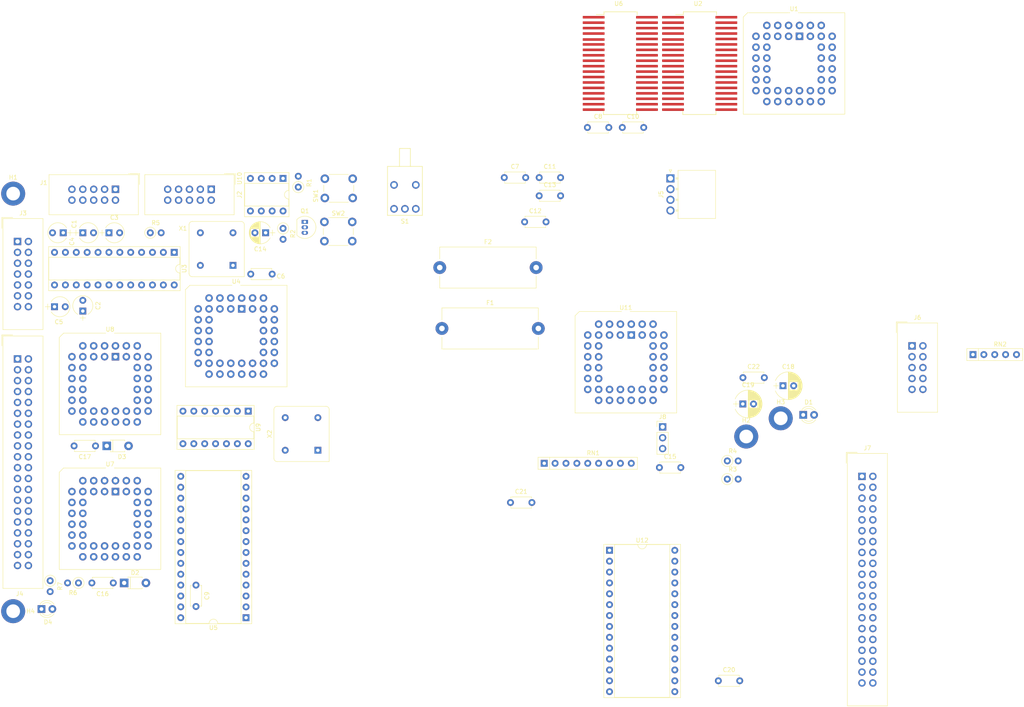
<source format=kicad_pcb>
(kicad_pcb (version 20171130) (host pcbnew 5.1.2-f72e74a~84~ubuntu18.04.1)
  (layers (0 F.Cu signal) (1 GND.Cu power hide) (2 VCC.Cu power hide) (31 B.Cu signal) (36 B.SilkS user) (37 F.SilkS user) (38 B.Mask user) (39 F.Mask user) (44 Edge.Cuts user))
  (net 0 "")
  (net 1 VCC)
  (net 2 "Net-(C1-Pad1)")
  (net 3 "Net-(C2-Pad2)")
  (net 4 GND)
  (net 5 "Net-(C4-Pad2)")
  (net 6 "Net-(C4-Pad1)")
  (net 7 "Net-(C5-Pad1)")
  (net 8 "Net-(C5-Pad2)")
  (net 9 "Net-(C14-Pad1)")
  (net 10 "Net-(C15-Pad1)")
  (net 11 +5V)
  (net 12 "Net-(C19-Pad1)")
  (net 13 "Net-(D1-Pad2)")
  (net 14 "Net-(D3-Pad1)")
  (net 15 "/VIA and IDE/~IDE:DASP")
  (net 16 "Net-(D4-Pad2)")
  (net 17 "/Glue and control logic/PWR_IN")
  (net 18 "/DUART and line drivers/RS232CTSa")
  (net 19 "/DUART and line drivers/RS232RTSa")
  (net 20 "/DUART and line drivers/RS232TxDa")
  (net 21 "/DUART and line drivers/RS232RxDa")
  (net 22 "/DUART and line drivers/RS232RxDb")
  (net 23 "/DUART and line drivers/RS232TxDb")
  (net 24 "/DUART and line drivers/RS232RTSb")
  (net 25 "/DUART and line drivers/RS232CTSb")
  (net 26 "Net-(J3-Pad12)")
  (net 27 "Net-(J3-Pad11)")
  (net 28 "Net-(J3-Pad10)")
  (net 29 "Net-(J3-Pad9)")
  (net 30 "Net-(J3-Pad8)")
  (net 31 "Net-(J3-Pad7)")
  (net 32 "Net-(J3-Pad6)")
  (net 33 "Net-(J3-Pad5)")
  (net 34 "Net-(J3-Pad4)")
  (net 35 "Net-(J3-Pad3)")
  (net 36 "/VIA and IDE/~IDE:CS1")
  (net 37 "/VIA and IDE/~IDE:CS0")
  (net 38 "/VIA and IDE/IDE-A2")
  (net 39 "/VIA and IDE/IDE-A0")
  (net 40 "/VIA and IDE/IDE-A1")
  (net 41 "/VIA and IDE/~IDE:DMACK")
  (net 42 "/VIA and IDE/~DIOR")
  (net 43 "/VIA and IDE/~DIOW")
  (net 44 "/VIA and IDE/IDE-D15")
  (net 45 "/VIA and IDE/IDE-D0")
  (net 46 "/VIA and IDE/IDE-D14")
  (net 47 "/VIA and IDE/IDE-D1")
  (net 48 "/VIA and IDE/IDE-D13")
  (net 49 "/VIA and IDE/IDE-D2")
  (net 50 "/VIA and IDE/IDE-D12")
  (net 51 "/VIA and IDE/IDE-D3")
  (net 52 "/VIA and IDE/IDE-D11")
  (net 53 "/VIA and IDE/IDE-D4")
  (net 54 "/VIA and IDE/IDE-D10")
  (net 55 "/VIA and IDE/IDE-D5")
  (net 56 "/VIA and IDE/IDE-D9")
  (net 57 "/VIA and IDE/IDE-D6")
  (net 58 "/VIA and IDE/IDE-D8")
  (net 59 "/VIA and IDE/IDE-D7")
  (net 60 "/VIA and IDE/~IDE:RES")
  (net 61 "/Glue and control logic/TDO")
  (net 62 "/Glue and control logic/TDI")
  (net 63 "/Glue and control logic/TMS")
  (net 64 "/Glue and control logic/TCK")
  (net 65 "/Glue and control logic/RDY")
  (net 66 "/Glue and control logic/STP")
  (net 67 "/Glue and control logic/~NMI")
  (net 68 "Net-(R1-Pad2)")
  (net 69 "Net-(R2-Pad1)")
  (net 70 "/DUART and line drivers/RES")
  (net 71 "Net-(R5-Pad2)")
  (net 72 "/Glue and control logic/~KS")
  (net 73 "/Glue and control logic/BE")
  (net 74 "/Glue and control logic/~ABT")
  (net 75 "/Glue and control logic/~PWR")
  (net 76 "/Glue and control logic/~RES")
  (net 77 "/Glue and control logic/VDA")
  (net 78 "/Glue and control logic/VPA")
  (net 79 "/MPU, ROM and RAM/A5")
  (net 80 "/MPU, ROM and RAM/A4")
  (net 81 "/MPU, ROM and RAM/A6")
  (net 82 "/Glue and control logic/A8")
  (net 83 "/Glue and control logic/A10")
  (net 84 "/Glue and control logic/A12")
  (net 85 "/Glue and control logic/A14")
  (net 86 "/MPU, ROM and RAM/A7")
  (net 87 "/Glue and control logic/A9")
  (net 88 "/Glue and control logic/A11")
  (net 89 "/Glue and control logic/A13")
  (net 90 "/Glue and control logic/A15")
  (net 91 "/Glue and control logic/~RAM0")
  (net 92 "/DUART and line drivers/~MWR")
  (net 93 "/DUART and line drivers/~MRD")
  (net 94 "/Glue and control logic/A16")
  (net 95 "/Glue and control logic/A17")
  (net 96 "/Glue and control logic/A18")
  (net 97 "/DUART and line drivers/CTSa")
  (net 98 "/DUART and line drivers/RTSb")
  (net 99 "/DUART and line drivers/RTSa")
  (net 100 "Net-(U3-Pad18)")
  (net 101 "Net-(U3-Pad6)")
  (net 102 "/DUART and line drivers/CTSb")
  (net 103 "Net-(U3-Pad5)")
  (net 104 "Net-(U3-Pad4)")
  (net 105 "/DUART and line drivers/~DUARTSEL")
  (net 106 "/Glue and control logic/~ROM")
  (net 107 "/Glue and control logic/~RAM1")
  (net 108 "/Glue and control logic/~VIA1SEL")
  (net 109 "/VIA and IDE/D5")
  (net 110 "/VIA and IDE/D7")
  (net 111 "/Glue and control logic/D3")
  (net 112 "/Glue and control logic/D2")
  (net 113 "/Glue and control logic/D0")
  (net 114 "/VIA and IDE/D6")
  (net 115 "/VIA and IDE/D4")
  (net 116 "/Glue and control logic/D1")
  (net 117 "/Glue and control logic/~VIA2SEL")
  (net 118 "Net-(U9-Pad2)")
  (net 119 "Net-(U9-Pad3)")
  (net 120 "/Glue and control logic/~RTCSEL")
  (net 121 "/Glue and control logic/~IOSEL2")
  (net 122 "/VIA and IDE/~IRQVIA1")
  (net 123 "/DUART and line drivers/~IRQ")
  (net 124 "/DUART and line drivers/D0")
  (net 125 "/DUART and line drivers/A0")
  (net 126 "/DUART and line drivers/D1")
  (net 127 "/DUART and line drivers/A1")
  (net 128 "/DUART and line drivers/D2")
  (net 129 "/DUART and line drivers/A2")
  (net 130 "/DUART and line drivers/D3")
  (net 131 "/DUART and line drivers/A3")
  (net 132 "/DUART and line drivers/D4")
  (net 133 "/DUART and line drivers/D5")
  (net 134 "/DUART and line drivers/D6")
  (net 135 "/DUART and line drivers/D7")
  (net 136 "/Glue and control logic/CLK")
  (net 137 "/Glue and control logic/R/~W")
  (net 138 "/Glue and control logic/~IOSEL3")
  (module Capacitors_ThroughHole:CP_Radial_Tantal_D4.5mm_P2.50mm (layer F.Cu) (at 54.864 74.168)
    (fp_text reference C1 (at -2.032 -2.032 90) (layer F.SilkS))
    (fp_text value 1.0uF)
    (pad 1 thru_hole rect (at 0 0) (size 1.6 1.6) (drill 0.8) (layers *.Cu *.Mask) (net 2 "Net-(C1-Pad1)"))
    (pad 2 thru_hole circle (at 2.5 0) (size 1.6 1.6) (drill 0.8) (layers *.Cu *.Mask) (net 1 VCC))
  )
  (module Capacitors_ThroughHole:CP_Radial_Tantal_D4.5mm_P2.50mm (layer F.Cu) (at 54.864 92.456 90)
    (fp_text reference C2 (at 1.25 3.556 90) (layer F.SilkS))
    (fp_text value 1.0uF)
    (pad 2 thru_hole circle (at 2.5 0 90) (size 1.6 1.6) (drill 0.8) (layers *.Cu *.Mask) (net 3 "Net-(C2-Pad2)"))
    (pad 1 thru_hole rect (at 0 0 90) (size 1.6 1.6) (drill 0.8) (layers *.Cu *.Mask) (net 4 GND))
  )
  (module Capacitors_ThroughHole:CP_Radial_Tantal_D4.5mm_P2.50mm (layer F.Cu) (at 60.96 74.168)
    (fp_text reference C3 (at 1.25 -3.56) (layer F.SilkS))
    (fp_text value 1.0uF)
    (pad 1 thru_hole rect (at 0 0) (size 1.6 1.6) (drill 0.8) (layers *.Cu *.Mask) (net 1 VCC))
    (pad 2 thru_hole circle (at 2.5 0) (size 1.6 1.6) (drill 0.8) (layers *.Cu *.Mask) (net 4 GND))
  )
  (module Capacitors_ThroughHole:CP_Radial_Tantal_D4.5mm_P2.50mm (layer F.Cu) (at 50.292 74.168 180)
    (fp_text reference C4 (at -2.032 -2.032 270) (layer F.SilkS))
    (fp_text value 1.0uF)
    (pad 2 thru_hole circle (at 2.5 0 180) (size 1.6 1.6) (drill 0.8) (layers *.Cu *.Mask) (net 5 "Net-(C4-Pad2)"))
    (pad 1 thru_hole rect (at 0 0 180) (size 1.6 1.6) (drill 0.8) (layers *.Cu *.Mask) (net 6 "Net-(C4-Pad1)"))
  )
  (module Capacitors_ThroughHole:CP_Radial_Tantal_D4.5mm_P2.50mm (layer F.Cu) (at 48.26 91.44)
    (fp_text reference C5 (at 1.016 3.556) (layer F.SilkS))
    (fp_text value 1.0uF)
    (pad 2 thru_hole circle (at 2.5 0) (size 1.6 1.6) (drill 0.8) (layers *.Cu *.Mask) (net 8 "Net-(C5-Pad2)"))
    (pad 1 thru_hole rect (at 0 0) (size 1.6 1.6) (drill 0.8) (layers *.Cu *.Mask) (net 7 "Net-(C5-Pad1)"))
  )
  (module Capacitors_ThroughHole:C_Disc_D4.7mm_W2.5mm_P5.00mm (layer F.Cu) (at 99.06 83.82 180)
    (fp_text reference C6 (at -2.032 -0.508) (layer F.SilkS))
    (fp_text value 0.1uF)
    (pad 1 thru_hole circle (at 0 0 180) (size 1.6 1.6) (drill 0.8) (layers *.Cu *.Mask) (net 4 GND))
    (pad 2 thru_hole circle (at 5 0 180) (size 1.6 1.6) (drill 0.8) (layers *.Cu *.Mask) (net 1 VCC))
  )
  (module Capacitors_ThroughHole:C_Disc_D4.7mm_W2.5mm_P5.00mm (layer F.Cu) (at 153.235001 61.277001)
    (fp_text reference C7 (at 2.5 -2.56) (layer F.SilkS))
    (fp_text value 0.1uF)
    (pad 2 thru_hole circle (at 5 0) (size 1.6 1.6) (drill 0.8) (layers *.Cu *.Mask) (net 4 GND))
    (pad 1 thru_hole circle (at 0 0) (size 1.6 1.6) (drill 0.8) (layers *.Cu *.Mask) (net 1 VCC))
  )
  (module Capacitors_ThroughHole:C_Disc_D4.7mm_W2.5mm_P5.00mm (layer F.Cu) (at 172.635001 49.577001)
    (fp_text reference C8 (at 2.5 -2.56) (layer F.SilkS))
    (fp_text value 0.1uF)
    (pad 1 thru_hole circle (at 0 0) (size 1.6 1.6) (drill 0.8) (layers *.Cu *.Mask) (net 1 VCC))
    (pad 2 thru_hole circle (at 5 0) (size 1.6 1.6) (drill 0.8) (layers *.Cu *.Mask) (net 4 GND))
  )
  (module Capacitors_ThroughHole:C_Disc_D4.7mm_W2.5mm_P5.00mm (layer F.Cu) (at 81.28 156.464 270)
    (fp_text reference C9 (at 2.5 -2.56 90) (layer F.SilkS))
    (fp_text value 0.1uF)
    (pad 2 thru_hole circle (at 5 0 270) (size 1.6 1.6) (drill 0.8) (layers *.Cu *.Mask) (net 1 VCC))
    (pad 1 thru_hole circle (at 0 0 270) (size 1.6 1.6) (drill 0.8) (layers *.Cu *.Mask) (net 4 GND))
  )
  (module Capacitors_ThroughHole:C_Disc_D4.7mm_W2.5mm_P5.00mm (layer F.Cu) (at 180.785001 49.577001)
    (fp_text reference C10 (at 2.5 -2.56) (layer F.SilkS))
    (fp_text value 0.1uF)
    (pad 1 thru_hole circle (at 0 0) (size 1.6 1.6) (drill 0.8) (layers *.Cu *.Mask) (net 4 GND))
    (pad 2 thru_hole circle (at 5 0) (size 1.6 1.6) (drill 0.8) (layers *.Cu *.Mask) (net 1 VCC))
  )
  (module Capacitors_ThroughHole:C_Disc_D4.7mm_W2.5mm_P5.00mm (layer F.Cu) (at 161.385001 61.277001)
    (fp_text reference C11 (at 2.5 -2.56) (layer F.SilkS))
    (fp_text value 0.1uF)
    (pad 1 thru_hole circle (at 0 0) (size 1.6 1.6) (drill 0.8) (layers *.Cu *.Mask) (net 4 GND))
    (pad 2 thru_hole circle (at 5 0) (size 1.6 1.6) (drill 0.8) (layers *.Cu *.Mask) (net 1 VCC))
  )
  (module Capacitors_ThroughHole:C_Disc_D4.7mm_W2.5mm_P5.00mm (layer F.Cu) (at 157.988 71.628)
    (fp_text reference C12 (at 2.5 -2.56) (layer F.SilkS))
    (fp_text value 0.1uF)
    (pad 2 thru_hole circle (at 5 0) (size 1.6 1.6) (drill 0.8) (layers *.Cu *.Mask) (net 1 VCC))
    (pad 1 thru_hole circle (at 0 0) (size 1.6 1.6) (drill 0.8) (layers *.Cu *.Mask) (net 4 GND))
  )
  (module Capacitors_ThroughHole:C_Disc_D4.7mm_W2.5mm_P5.00mm (layer F.Cu) (at 161.385001 65.527001)
    (fp_text reference C13 (at 2.5 -2.56) (layer F.SilkS))
    (fp_text value 0.1uF)
    (pad 2 thru_hole circle (at 5 0) (size 1.6 1.6) (drill 0.8) (layers *.Cu *.Mask) (net 1 VCC))
    (pad 1 thru_hole circle (at 0 0) (size 1.6 1.6) (drill 0.8) (layers *.Cu *.Mask) (net 4 GND))
  )
  (module Capacitors_ThroughHole:CP_Radial_D5.0mm_P2.50mm (layer F.Cu) (at 97.536 74.168 180)
    (fp_text reference C14 (at 1.25 -3.81) (layer F.SilkS))
    (fp_text value 15uF)
    (pad 2 thru_hole circle (at 2.5 0 180) (size 1.6 1.6) (drill 0.8) (layers *.Cu *.Mask) (net 4 GND))
    (pad 1 thru_hole rect (at 0 0 180) (size 1.6 1.6) (drill 0.8) (layers *.Cu *.Mask) (net 9 "Net-(C14-Pad1)"))
  )
  (module Capacitors_ThroughHole:C_Disc_D4.7mm_W2.5mm_P5.00mm (layer F.Cu) (at 189.445001 129.007001)
    (fp_text reference C15 (at 2.5 -2.56) (layer F.SilkS))
    (fp_text value 0.1uF)
    (pad 1 thru_hole circle (at 0 0) (size 1.6 1.6) (drill 0.8) (layers *.Cu *.Mask) (net 10 "Net-(C15-Pad1)"))
    (pad 2 thru_hole circle (at 5 0) (size 1.6 1.6) (drill 0.8) (layers *.Cu *.Mask) (net 4 GND))
  )
  (module Capacitors_ThroughHole:C_Disc_D4.7mm_W2.5mm_P5.00mm (layer F.Cu) (at 61.976 155.956 180)
    (fp_text reference C16 (at 2.5 -2.56) (layer F.SilkS))
    (fp_text value 0.1uF)
    (pad 2 thru_hole circle (at 5 0 180) (size 1.6 1.6) (drill 0.8) (layers *.Cu *.Mask) (net 1 VCC))
    (pad 1 thru_hole circle (at 0 0 180) (size 1.6 1.6) (drill 0.8) (layers *.Cu *.Mask) (net 4 GND))
  )
  (module Capacitors_ThroughHole:C_Disc_D4.7mm_W2.5mm_P5.00mm (layer F.Cu) (at 52.832 123.952)
    (fp_text reference C17 (at 2.5 2.54) (layer F.SilkS))
    (fp_text value 0.1uF)
    (pad 2 thru_hole circle (at 5 0) (size 1.6 1.6) (drill 0.8) (layers *.Cu *.Mask) (net 1 VCC))
    (pad 1 thru_hole circle (at 0 0) (size 1.6 1.6) (drill 0.8) (layers *.Cu *.Mask) (net 4 GND))
  )
  (module Capacitors_ThroughHole:CP_Radial_D6.3mm_P2.50mm (layer F.Cu) (at 218.285001 109.907001)
    (fp_text reference C18 (at 1.25 -4.46) (layer F.SilkS))
    (fp_text value 100uF)
    (pad 2 thru_hole circle (at 2.5 0) (size 1.6 1.6) (drill 0.8) (layers *.Cu *.Mask) (net 4 GND))
    (pad 1 thru_hole rect (at 0 0) (size 1.6 1.6) (drill 0.8) (layers *.Cu *.Mask) (net 11 +5V))
  )
  (module Capacitors_ThroughHole:CP_Radial_D6.3mm_P2.50mm (layer F.Cu) (at 208.915001 114.157001)
    (fp_text reference C19 (at 1.25 -4.46) (layer F.SilkS))
    (fp_text value 100uF)
    (pad 1 thru_hole rect (at 0 0) (size 1.6 1.6) (drill 0.8) (layers *.Cu *.Mask) (net 12 "Net-(C19-Pad1)"))
    (pad 2 thru_hole circle (at 2.5 0) (size 1.6 1.6) (drill 0.8) (layers *.Cu *.Mask) (net 4 GND))
  )
  (module Capacitors_ThroughHole:C_Disc_D4.7mm_W2.5mm_P5.00mm (layer F.Cu) (at 203.2 178.816)
    (fp_text reference C20 (at 2.5 -2.56) (layer F.SilkS))
    (fp_text value 0.1uF)
    (pad 1 thru_hole circle (at 0 0) (size 1.6 1.6) (drill 0.8) (layers *.Cu *.Mask) (net 4 GND))
    (pad 2 thru_hole circle (at 5 0) (size 1.6 1.6) (drill 0.8) (layers *.Cu *.Mask) (net 1 VCC))
  )
  (module Capacitors_ThroughHole:C_Disc_D4.7mm_W2.5mm_P5.00mm (layer F.Cu) (at 154.685001 137.177001)
    (fp_text reference C21 (at 2.5 -2.56) (layer F.SilkS))
    (fp_text value 0.1uF)
    (pad 2 thru_hole circle (at 5 0) (size 1.6 1.6) (drill 0.8) (layers *.Cu *.Mask) (net 1 VCC))
    (pad 1 thru_hole circle (at 0 0) (size 1.6 1.6) (drill 0.8) (layers *.Cu *.Mask) (net 4 GND))
  )
  (module Capacitors_ThroughHole:C_Disc_D4.7mm_W2.5mm_P5.00mm (layer F.Cu) (at 208.935001 108.007001)
    (fp_text reference C22 (at 2.5 -2.56) (layer F.SilkS))
    (fp_text value 0.1uF)
    (pad 1 thru_hole circle (at 0 0) (size 1.6 1.6) (drill 0.8) (layers *.Cu *.Mask) (net 1 VCC))
    (pad 2 thru_hole circle (at 5 0) (size 1.6 1.6) (drill 0.8) (layers *.Cu *.Mask) (net 4 GND))
  )
  (module LEDs:LED_D3.0mm (layer F.Cu) (at 223.015001 116.707001)
    (fp_text reference D1 (at 1.27 -2.96) (layer F.SilkS))
    (fp_text value LED)
    (pad 2 thru_hole circle (at 2.54 0) (size 1.8 1.8) (drill 0.9) (layers *.Cu *.Mask) (net 13 "Net-(D1-Pad2)"))
    (pad 1 thru_hole rect (at 0 0) (size 1.8 1.8) (drill 0.9) (layers *.Cu *.Mask) (net 4 GND))
  )
  (module Diodes_ThroughHole:D_T-1_P5.08mm_Horizontal (layer F.Cu) (at 64.516 155.956)
    (fp_text reference D2 (at 2.54 -2.36) (layer F.SilkS))
    (fp_text value DIRQ1)
    (pad 2 thru_hole oval (at 5.08 0) (size 2 2) (drill 1) (layers *.Cu *.Mask) (net 123 "/DUART and line drivers/~IRQ"))
    (pad 1 thru_hole rect (at 0 0) (size 2 2) (drill 1) (layers *.Cu *.Mask) (net 122 "/VIA and IDE/~IRQVIA1"))
  )
  (module Diodes_ThroughHole:D_T-1_P5.08mm_Horizontal (layer F.Cu) (at 60.452 123.952)
    (fp_text reference D3 (at 3.556 2.54) (layer F.SilkS))
    (fp_text value DIRQ2)
    (pad 1 thru_hole rect (at 0 0) (size 2 2) (drill 1) (layers *.Cu *.Mask) (net 14 "Net-(D3-Pad1)"))
    (pad 2 thru_hole oval (at 5.08 0) (size 2 2) (drill 1) (layers *.Cu *.Mask) (net 123 "/DUART and line drivers/~IRQ"))
  )
  (module LEDs:LED_D3.0mm (layer F.Cu) (at 45.212 162.052)
    (fp_text reference D4 (at 1.524 3.048) (layer F.SilkS))
    (fp_text value LED)
    (pad 1 thru_hole rect (at 0 0) (size 1.8 1.8) (drill 0.9) (layers *.Cu *.Mask) (net 15 "/VIA and IDE/~IDE:DASP"))
    (pad 2 thru_hole circle (at 2.54 0) (size 1.8 1.8) (drill 0.9) (layers *.Cu *.Mask) (net 16 "Net-(D4-Pad2)"))
  )
  (module Fuse_Holders_and_Fuses:Fuseholder5x20_horiz_open_Schurter_0031_8201 (layer F.Cu) (at 138.684 96.52)
    (fp_text reference F1 (at 11.25 -6) (layer F.SilkS))
    (fp_text value 200mA)
    (pad 1 thru_hole circle (at 0 0) (size 3 3) (drill 1.3) (layers *.Cu *.Mask) (net 1 VCC))
    (pad 2 thru_hole circle (at 22.5 0) (size 3 3) (drill 1.3) (layers *.Cu *.Mask) (net 11 +5V))
    (pad "" np_thru_hole circle (at 11.25 0) (size 2.7 2.7) (drill 2.7) (layers *.Cu *.Mask))
  )
  (module Fuse_Holders_and_Fuses:Fuseholder5x20_horiz_open_Schurter_0031_8201 (layer F.Cu) (at 138.176 82.296)
    (fp_text reference F2 (at 11.25 -6) (layer F.SilkS))
    (fp_text value 1A)
    (pad "" np_thru_hole circle (at 11.25 0) (size 2.7 2.7) (drill 2.7) (layers *.Cu *.Mask))
    (pad 2 thru_hole circle (at 22.5 0) (size 3 3) (drill 1.3) (layers *.Cu *.Mask) (net 12 "Net-(C19-Pad1)"))
    (pad 1 thru_hole circle (at 0 0) (size 3 3) (drill 1.3) (layers *.Cu *.Mask) (net 17 "/Glue and control logic/PWR_IN"))
  )
  (module Mounting_Holes:MountingHole_3.2mm_M3_DIN965_Pad (layer F.Cu) (at 38.608 65.024)
    (fp_text reference H1 (at 0 -3.8) (layer F.SilkS))
    (fp_text value MountingHole)
    (pad 1 thru_hole circle (at 0 0) (size 5.6 5.6) (drill 3.2) (layers *.Cu *.Mask))
  )
  (module Mounting_Holes:MountingHole_3.2mm_M3_DIN965_Pad (layer F.Cu) (at 209.715001 121.757001)
    (fp_text reference H2 (at 0 -3.8) (layer F.SilkS))
    (fp_text value MountingHole)
    (pad 1 thru_hole circle (at 0 0) (size 5.6 5.6) (drill 3.2) (layers *.Cu *.Mask))
  )
  (module Mounting_Holes:MountingHole_3.2mm_M3_DIN965_Pad (layer F.Cu) (at 217.765001 117.507001)
    (fp_text reference H3 (at 0 -3.8) (layer F.SilkS))
    (fp_text value MountingHole)
    (pad 1 thru_hole circle (at 0 0) (size 5.6 5.6) (drill 3.2) (layers *.Cu *.Mask))
  )
  (module Mounting_Holes:MountingHole_3.2mm_M3_DIN965_Pad (layer F.Cu) (at 38.608 162.56)
    (fp_text reference H4 (at 4.064 0) (layer F.SilkS))
    (fp_text value MountingHole)
    (pad 1 thru_hole circle (at 0 0) (size 5.6 5.6) (drill 3.2) (layers *.Cu *.Mask))
  )
  (module Connectors_IDC:IDC-Header_2x05_Pitch2.54mm_Straight (layer F.Cu) (at 62.484 64.008 270)
    (fp_text reference J1 (at -1.524 16.764 180) (layer F.SilkS))
    (fp_text value RS232a)
    (pad 1 thru_hole rect (at 0 0 270) (size 1.7272 1.7272) (drill 1.016) (layers *.Cu *.Mask))
    (pad 2 thru_hole oval (at 2.54 0 270) (size 1.7272 1.7272) (drill 1.016) (layers *.Cu *.Mask) (net 21 "/DUART and line drivers/RS232RxDa"))
    (pad 3 thru_hole oval (at 0 2.54 270) (size 1.7272 1.7272) (drill 1.016) (layers *.Cu *.Mask) (net 20 "/DUART and line drivers/RS232TxDa"))
    (pad 4 thru_hole oval (at 2.54 2.54 270) (size 1.7272 1.7272) (drill 1.016) (layers *.Cu *.Mask))
    (pad 5 thru_hole oval (at 0 5.08 270) (size 1.7272 1.7272) (drill 1.016) (layers *.Cu *.Mask) (net 4 GND))
    (pad 6 thru_hole oval (at 2.54 5.08 270) (size 1.7272 1.7272) (drill 1.016) (layers *.Cu *.Mask))
    (pad 7 thru_hole oval (at 0 7.62 270) (size 1.7272 1.7272) (drill 1.016) (layers *.Cu *.Mask) (net 19 "/DUART and line drivers/RS232RTSa"))
    (pad 8 thru_hole oval (at 2.54 7.62 270) (size 1.7272 1.7272) (drill 1.016) (layers *.Cu *.Mask) (net 18 "/DUART and line drivers/RS232CTSa"))
    (pad 9 thru_hole oval (at 0 10.16 270) (size 1.7272 1.7272) (drill 1.016) (layers *.Cu *.Mask))
    (pad 10 thru_hole oval (at 2.54 10.16 270) (size 1.7272 1.7272) (drill 1.016) (layers *.Cu *.Mask))
  )
  (module Connectors_IDC:IDC-Header_2x05_Pitch2.54mm_Straight (layer F.Cu) (at 84.836 64.008 270)
    (fp_text reference J2 (at 1.27 -6.604 90) (layer F.SilkS))
    (fp_text value RS232b)
    (pad 10 thru_hole oval (at 2.54 10.16 270) (size 1.7272 1.7272) (drill 1.016) (layers *.Cu *.Mask))
    (pad 9 thru_hole oval (at 0 10.16 270) (size 1.7272 1.7272) (drill 1.016) (layers *.Cu *.Mask))
    (pad 8 thru_hole oval (at 2.54 7.62 270) (size 1.7272 1.7272) (drill 1.016) (layers *.Cu *.Mask) (net 25 "/DUART and line drivers/RS232CTSb"))
    (pad 7 thru_hole oval (at 0 7.62 270) (size 1.7272 1.7272) (drill 1.016) (layers *.Cu *.Mask) (net 24 "/DUART and line drivers/RS232RTSb"))
    (pad 6 thru_hole oval (at 2.54 5.08 270) (size 1.7272 1.7272) (drill 1.016) (layers *.Cu *.Mask))
    (pad 5 thru_hole oval (at 0 5.08 270) (size 1.7272 1.7272) (drill 1.016) (layers *.Cu *.Mask) (net 4 GND))
    (pad 4 thru_hole oval (at 2.54 2.54 270) (size 1.7272 1.7272) (drill 1.016) (layers *.Cu *.Mask))
    (pad 3 thru_hole oval (at 0 2.54 270) (size 1.7272 1.7272) (drill 1.016) (layers *.Cu *.Mask) (net 23 "/DUART and line drivers/RS232TxDb"))
    (pad 2 thru_hole oval (at 2.54 0 270) (size 1.7272 1.7272) (drill 1.016) (layers *.Cu *.Mask) (net 22 "/DUART and line drivers/RS232RxDb"))
    (pad 1 thru_hole rect (at 0 0 270) (size 1.7272 1.7272) (drill 1.016) (layers *.Cu *.Mask))
  )
  (module Connectors_IDC:IDC-Header_2x07_Pitch2.54mm_Straight (layer F.Cu) (at 39.624 76.2)
    (fp_text reference J3 (at 1.27 -6.604) (layer F.SilkS))
    (fp_text value VIA2PB)
    (pad 14 thru_hole oval (at 2.54 15.24) (size 1.7272 1.7272) (drill 1.016) (layers *.Cu *.Mask) (net 1 VCC))
    (pad 13 thru_hole oval (at 0 15.24) (size 1.7272 1.7272) (drill 1.016) (layers *.Cu *.Mask) (net 1 VCC))
    (pad 12 thru_hole oval (at 2.54 12.7) (size 1.7272 1.7272) (drill 1.016) (layers *.Cu *.Mask) (net 26 "Net-(J3-Pad12)"))
    (pad 11 thru_hole oval (at 0 12.7) (size 1.7272 1.7272) (drill 1.016) (layers *.Cu *.Mask) (net 27 "Net-(J3-Pad11)"))
    (pad 10 thru_hole oval (at 2.54 10.16) (size 1.7272 1.7272) (drill 1.016) (layers *.Cu *.Mask) (net 28 "Net-(J3-Pad10)"))
    (pad 9 thru_hole oval (at 0 10.16) (size 1.7272 1.7272) (drill 1.016) (layers *.Cu *.Mask) (net 29 "Net-(J3-Pad9)"))
    (pad 8 thru_hole oval (at 2.54 7.62) (size 1.7272 1.7272) (drill 1.016) (layers *.Cu *.Mask) (net 30 "Net-(J3-Pad8)"))
    (pad 7 thru_hole oval (at 0 7.62) (size 1.7272 1.7272) (drill 1.016) (layers *.Cu *.Mask) (net 31 "Net-(J3-Pad7)"))
    (pad 6 thru_hole oval (at 2.54 5.08) (size 1.7272 1.7272) (drill 1.016) (layers *.Cu *.Mask) (net 32 "Net-(J3-Pad6)"))
    (pad 5 thru_hole oval (at 0 5.08) (size 1.7272 1.7272) (drill 1.016) (layers *.Cu *.Mask) (net 33 "Net-(J3-Pad5)"))
    (pad 4 thru_hole oval (at 2.54 2.54) (size 1.7272 1.7272) (drill 1.016) (layers *.Cu *.Mask) (net 34 "Net-(J3-Pad4)"))
    (pad 3 thru_hole oval (at 0 2.54) (size 1.7272 1.7272) (drill 1.016) (layers *.Cu *.Mask) (net 35 "Net-(J3-Pad3)"))
    (pad 2 thru_hole oval (at 2.54 0) (size 1.7272 1.7272) (drill 1.016) (layers *.Cu *.Mask) (net 4 GND))
    (pad 1 thru_hole rect (at 0 0) (size 1.7272 1.7272) (drill 1.016) (layers *.Cu *.Mask) (net 4 GND))
  )
  (module Connectors_IDC:IDC-Header_2x20_Pitch2.54mm_Straight (layer F.Cu) (at 39.624 103.632)
    (fp_text reference J4 (at 0.508 54.864) (layer F.SilkS))
    (fp_text value IDE)
    (pad 1 thru_hole rect (at 0 0) (size 1.7272 1.7272) (drill 1.016) (layers *.Cu *.Mask) (net 60 "/VIA and IDE/~IDE:RES"))
    (pad 2 thru_hole oval (at 2.54 0) (size 1.7272 1.7272) (drill 1.016) (layers *.Cu *.Mask) (net 4 GND))
    (pad 3 thru_hole oval (at 0 2.54) (size 1.7272 1.7272) (drill 1.016) (layers *.Cu *.Mask) (net 59 "/VIA and IDE/IDE-D7"))
    (pad 4 thru_hole oval (at 2.54 2.54) (size 1.7272 1.7272) (drill 1.016) (layers *.Cu *.Mask) (net 58 "/VIA and IDE/IDE-D8"))
    (pad 5 thru_hole oval (at 0 5.08) (size 1.7272 1.7272) (drill 1.016) (layers *.Cu *.Mask) (net 57 "/VIA and IDE/IDE-D6"))
    (pad 6 thru_hole oval (at 2.54 5.08) (size 1.7272 1.7272) (drill 1.016) (layers *.Cu *.Mask) (net 56 "/VIA and IDE/IDE-D9"))
    (pad 7 thru_hole oval (at 0 7.62) (size 1.7272 1.7272) (drill 1.016) (layers *.Cu *.Mask) (net 55 "/VIA and IDE/IDE-D5"))
    (pad 8 thru_hole oval (at 2.54 7.62) (size 1.7272 1.7272) (drill 1.016) (layers *.Cu *.Mask) (net 54 "/VIA and IDE/IDE-D10"))
    (pad 9 thru_hole oval (at 0 10.16) (size 1.7272 1.7272) (drill 1.016) (layers *.Cu *.Mask) (net 53 "/VIA and IDE/IDE-D4"))
    (pad 10 thru_hole oval (at 2.54 10.16) (size 1.7272 1.7272) (drill 1.016) (layers *.Cu *.Mask) (net 52 "/VIA and IDE/IDE-D11"))
    (pad 11 thru_hole oval (at 0 12.7) (size 1.7272 1.7272) (drill 1.016) (layers *.Cu *.Mask) (net 51 "/VIA and IDE/IDE-D3"))
    (pad 12 thru_hole oval (at 2.54 12.7) (size 1.7272 1.7272) (drill 1.016) (layers *.Cu *.Mask) (net 50 "/VIA and IDE/IDE-D12"))
    (pad 13 thru_hole oval (at 0 15.24) (size 1.7272 1.7272) (drill 1.016) (layers *.Cu *.Mask) (net 49 "/VIA and IDE/IDE-D2"))
    (pad 14 thru_hole oval (at 2.54 15.24) (size 1.7272 1.7272) (drill 1.016) (layers *.Cu *.Mask) (net 48 "/VIA and IDE/IDE-D13"))
    (pad 15 thru_hole oval (at 0 17.78) (size 1.7272 1.7272) (drill 1.016) (layers *.Cu *.Mask) (net 47 "/VIA and IDE/IDE-D1"))
    (pad 16 thru_hole oval (at 2.54 17.78) (size 1.7272 1.7272) (drill 1.016) (layers *.Cu *.Mask) (net 46 "/VIA and IDE/IDE-D14"))
    (pad 17 thru_hole oval (at 0 20.32) (size 1.7272 1.7272) (drill 1.016) (layers *.Cu *.Mask) (net 45 "/VIA and IDE/IDE-D0"))
    (pad 18 thru_hole oval (at 2.54 20.32) (size 1.7272 1.7272) (drill 1.016) (layers *.Cu *.Mask) (net 44 "/VIA and IDE/IDE-D15"))
    (pad 19 thru_hole oval (at 0 22.86) (size 1.7272 1.7272) (drill 1.016) (layers *.Cu *.Mask) (net 4 GND))
    (pad 20 thru_hole oval (at 2.54 22.86) (size 1.7272 1.7272) (drill 1.016) (layers *.Cu *.Mask))
    (pad 21 thru_hole oval (at 0 25.4) (size 1.7272 1.7272) (drill 1.016) (layers *.Cu *.Mask))
    (pad 22 thru_hole oval (at 2.54 25.4) (size 1.7272 1.7272) (drill 1.016) (layers *.Cu *.Mask) (net 4 GND))
    (pad 23 thru_hole oval (at 0 27.94) (size 1.7272 1.7272) (drill 1.016) (layers *.Cu *.Mask) (net 43 "/VIA and IDE/~DIOW"))
    (pad 24 thru_hole oval (at 2.54 27.94) (size 1.7272 1.7272) (drill 1.016) (layers *.Cu *.Mask) (net 4 GND))
    (pad 25 thru_hole oval (at 0 30.48) (size 1.7272 1.7272) (drill 1.016) (layers *.Cu *.Mask) (net 42 "/VIA and IDE/~DIOR"))
    (pad 26 thru_hole oval (at 2.54 30.48) (size 1.7272 1.7272) (drill 1.016) (layers *.Cu *.Mask) (net 4 GND))
    (pad 27 thru_hole oval (at 0 33.02) (size 1.7272 1.7272) (drill 1.016) (layers *.Cu *.Mask))
    (pad 28 thru_hole oval (at 2.54 33.02) (size 1.7272 1.7272) (drill 1.016) (layers *.Cu *.Mask))
    (pad 29 thru_hole oval (at 0 35.56) (size 1.7272 1.7272) (drill 1.016) (layers *.Cu *.Mask) (net 41 "/VIA and IDE/~IDE:DMACK"))
    (pad 30 thru_hole oval (at 2.54 35.56) (size 1.7272 1.7272) (drill 1.016) (layers *.Cu *.Mask) (net 4 GND))
    (pad 31 thru_hole oval (at 0 38.1) (size 1.7272 1.7272) (drill 1.016) (layers *.Cu *.Mask))
    (pad 32 thru_hole oval (at 2.54 38.1) (size 1.7272 1.7272) (drill 1.016) (layers *.Cu *.Mask) (net 4 GND))
    (pad 33 thru_hole oval (at 0 40.64) (size 1.7272 1.7272) (drill 1.016) (layers *.Cu *.Mask) (net 40 "/VIA and IDE/IDE-A1"))
    (pad 34 thru_hole oval (at 2.54 40.64) (size 1.7272 1.7272) (drill 1.016) (layers *.Cu *.Mask))
    (pad 35 thru_hole oval (at 0 43.18) (size 1.7272 1.7272) (drill 1.016) (layers *.Cu *.Mask) (net 39 "/VIA and IDE/IDE-A0"))
    (pad 36 thru_hole oval (at 2.54 43.18) (size 1.7272 1.7272) (drill 1.016) (layers *.Cu *.Mask) (net 38 "/VIA and IDE/IDE-A2"))
    (pad 37 thru_hole oval (at 0 45.72) (size 1.7272 1.7272) (drill 1.016) (layers *.Cu *.Mask) (net 37 "/VIA and IDE/~IDE:CS0"))
    (pad 38 thru_hole oval (at 2.54 45.72) (size 1.7272 1.7272) (drill 1.016) (layers *.Cu *.Mask) (net 36 "/VIA and IDE/~IDE:CS1"))
    (pad 39 thru_hole oval (at 0 48.26) (size 1.7272 1.7272) (drill 1.016) (layers *.Cu *.Mask) (net 15 "/VIA and IDE/~IDE:DASP"))
    (pad 40 thru_hole oval (at 2.54 48.26) (size 1.7272 1.7272) (drill 1.016) (layers *.Cu *.Mask) (net 4 GND))
  )
  (module Connectors_Molex:Molex_NanoFit_1x04x2.50mm_Angled (layer F.Cu) (at 192.024 61.468 270)
    (fp_text reference J5 (at 3.75 2.2 90) (layer F.SilkS))
    (fp_text value POWER_IN)
    (pad "" np_thru_hole circle (at 7.5 -7.18 270) (size 1.6 1.6) (drill 1.6) (layers *.Cu *.Mask))
    (pad "" np_thru_hole circle (at 0 -7.18 270) (size 1.6 1.6) (drill 1.6) (layers *.Cu *.Mask))
    (pad 4 thru_hole circle (at 7.5 0 270) (size 1.9 1.9) (drill 1.2) (layers *.Cu *.Mask))
    (pad 3 thru_hole circle (at 5 0 270) (size 1.9 1.9) (drill 1.2) (layers *.Cu *.Mask) (net 4 GND))
    (pad 2 thru_hole circle (at 2.5 0 270) (size 1.9 1.9) (drill 1.2) (layers *.Cu *.Mask) (net 4 GND))
    (pad 1 thru_hole rect (at 0 0 270) (size 1.9 1.9) (drill 1.2) (layers *.Cu *.Mask) (net 17 "/Glue and control logic/PWR_IN"))
  )
  (module Connectors_IDC:IDC-Header_2x05_Pitch2.54mm_Straight (layer F.Cu) (at 248.412 100.584)
    (fp_text reference J6 (at 1.27 -6.604) (layer F.SilkS))
    (fp_text value JTAG)
    (pad 10 thru_hole oval (at 2.54 10.16) (size 1.7272 1.7272) (drill 1.016) (layers *.Cu *.Mask))
    (pad 9 thru_hole oval (at 0 10.16) (size 1.7272 1.7272) (drill 1.016) (layers *.Cu *.Mask))
    (pad 8 thru_hole oval (at 2.54 7.62) (size 1.7272 1.7272) (drill 1.016) (layers *.Cu *.Mask) (net 4 GND))
    (pad 7 thru_hole oval (at 0 7.62) (size 1.7272 1.7272) (drill 1.016) (layers *.Cu *.Mask) (net 61 "/Glue and control logic/TDO"))
    (pad 6 thru_hole oval (at 2.54 5.08) (size 1.7272 1.7272) (drill 1.016) (layers *.Cu *.Mask) (net 11 +5V))
    (pad 5 thru_hole oval (at 0 5.08) (size 1.7272 1.7272) (drill 1.016) (layers *.Cu *.Mask) (net 62 "/Glue and control logic/TDI"))
    (pad 4 thru_hole oval (at 2.54 2.54) (size 1.7272 1.7272) (drill 1.016) (layers *.Cu *.Mask) (net 4 GND))
    (pad 3 thru_hole oval (at 0 2.54) (size 1.7272 1.7272) (drill 1.016) (layers *.Cu *.Mask) (net 63 "/Glue and control logic/TMS"))
    (pad 2 thru_hole oval (at 2.54 0) (size 1.7272 1.7272) (drill 1.016) (layers *.Cu *.Mask) (net 4 GND))
    (pad 1 thru_hole rect (at 0 0) (size 1.7272 1.7272) (drill 1.016) (layers *.Cu *.Mask) (net 64 "/Glue and control logic/TCK"))
  )
  (module Connectors_IDC:IDC-Header_2x20_Pitch2.54mm_Straight (layer F.Cu) (at 236.728 131.064)
    (fp_text reference J7 (at 1.27 -6.604) (layer F.SilkS))
    (fp_text value "Expansion Bus")
    (pad 40 thru_hole oval (at 2.54 48.26) (size 1.7272 1.7272) (drill 1.016) (layers *.Cu *.Mask) (net 4 GND))
    (pad 39 thru_hole oval (at 0 48.26) (size 1.7272 1.7272) (drill 1.016) (layers *.Cu *.Mask) (net 4 GND))
    (pad 38 thru_hole oval (at 2.54 45.72) (size 1.7272 1.7272) (drill 1.016) (layers *.Cu *.Mask))
    (pad 37 thru_hole oval (at 0 45.72) (size 1.7272 1.7272) (drill 1.016) (layers *.Cu *.Mask) (net 92 "/DUART and line drivers/~MWR"))
    (pad 36 thru_hole oval (at 2.54 43.18) (size 1.7272 1.7272) (drill 1.016) (layers *.Cu *.Mask) (net 65 "/Glue and control logic/RDY"))
    (pad 35 thru_hole oval (at 0 43.18) (size 1.7272 1.7272) (drill 1.016) (layers *.Cu *.Mask) (net 93 "/DUART and line drivers/~MRD"))
    (pad 34 thru_hole oval (at 2.54 40.64) (size 1.7272 1.7272) (drill 1.016) (layers *.Cu *.Mask) (net 90 "/Glue and control logic/A15"))
    (pad 33 thru_hole oval (at 0 40.64) (size 1.7272 1.7272) (drill 1.016) (layers *.Cu *.Mask) (net 123 "/DUART and line drivers/~IRQ"))
    (pad 32 thru_hole oval (at 2.54 38.1) (size 1.7272 1.7272) (drill 1.016) (layers *.Cu *.Mask) (net 85 "/Glue and control logic/A14"))
    (pad 31 thru_hole oval (at 0 38.1) (size 1.7272 1.7272) (drill 1.016) (layers *.Cu *.Mask) (net 76 "/Glue and control logic/~RES"))
    (pad 30 thru_hole oval (at 2.54 35.56) (size 1.7272 1.7272) (drill 1.016) (layers *.Cu *.Mask) (net 89 "/Glue and control logic/A13"))
    (pad 29 thru_hole oval (at 0 35.56) (size 1.7272 1.7272) (drill 1.016) (layers *.Cu *.Mask) (net 138 "/Glue and control logic/~IOSEL3"))
    (pad 28 thru_hole oval (at 2.54 33.02) (size 1.7272 1.7272) (drill 1.016) (layers *.Cu *.Mask) (net 84 "/Glue and control logic/A12"))
    (pad 27 thru_hole oval (at 0 33.02) (size 1.7272 1.7272) (drill 1.016) (layers *.Cu *.Mask) (net 121 "/Glue and control logic/~IOSEL2"))
    (pad 26 thru_hole oval (at 2.54 30.48) (size 1.7272 1.7272) (drill 1.016) (layers *.Cu *.Mask) (net 88 "/Glue and control logic/A11"))
    (pad 25 thru_hole oval (at 0 30.48) (size 1.7272 1.7272) (drill 1.016) (layers *.Cu *.Mask) (net 137 "/Glue and control logic/R/~W"))
    (pad 24 thru_hole oval (at 2.54 27.94) (size 1.7272 1.7272) (drill 1.016) (layers *.Cu *.Mask) (net 83 "/Glue and control logic/A10"))
    (pad 23 thru_hole oval (at 0 27.94) (size 1.7272 1.7272) (drill 1.016) (layers *.Cu *.Mask) (net 136 "/Glue and control logic/CLK"))
    (pad 22 thru_hole oval (at 2.54 25.4) (size 1.7272 1.7272) (drill 1.016) (layers *.Cu *.Mask) (net 87 "/Glue and control logic/A9"))
    (pad 21 thru_hole oval (at 0 25.4) (size 1.7272 1.7272) (drill 1.016) (layers *.Cu *.Mask) (net 67 "/Glue and control logic/~NMI"))
    (pad 20 thru_hole oval (at 2.54 22.86) (size 1.7272 1.7272) (drill 1.016) (layers *.Cu *.Mask) (net 82 "/Glue and control logic/A8"))
    (pad 19 thru_hole oval (at 0 22.86) (size 1.7272 1.7272) (drill 1.016) (layers *.Cu *.Mask))
    (pad 18 thru_hole oval (at 2.54 20.32) (size 1.7272 1.7272) (drill 1.016) (layers *.Cu *.Mask) (net 86 "/MPU, ROM and RAM/A7"))
    (pad 17 thru_hole oval (at 0 20.32) (size 1.7272 1.7272) (drill 1.016) (layers *.Cu *.Mask) (net 135 "/DUART and line drivers/D7"))
    (pad 16 thru_hole oval (at 2.54 17.78) (size 1.7272 1.7272) (drill 1.016) (layers *.Cu *.Mask) (net 81 "/MPU, ROM and RAM/A6"))
    (pad 15 thru_hole oval (at 0 17.78) (size 1.7272 1.7272) (drill 1.016) (layers *.Cu *.Mask) (net 134 "/DUART and line drivers/D6"))
    (pad 14 thru_hole oval (at 2.54 15.24) (size 1.7272 1.7272) (drill 1.016) (layers *.Cu *.Mask) (net 79 "/MPU, ROM and RAM/A5"))
    (pad 13 thru_hole oval (at 0 15.24) (size 1.7272 1.7272) (drill 1.016) (layers *.Cu *.Mask) (net 133 "/DUART and line drivers/D5"))
    (pad 12 thru_hole oval (at 2.54 12.7) (size 1.7272 1.7272) (drill 1.016) (layers *.Cu *.Mask) (net 80 "/MPU, ROM and RAM/A4"))
    (pad 11 thru_hole oval (at 0 12.7) (size 1.7272 1.7272) (drill 1.016) (layers *.Cu *.Mask) (net 132 "/DUART and line drivers/D4"))
    (pad 10 thru_hole oval (at 2.54 10.16) (size 1.7272 1.7272) (drill 1.016) (layers *.Cu *.Mask) (net 131 "/DUART and line drivers/A3"))
    (pad 9 thru_hole oval (at 0 10.16) (size 1.7272 1.7272) (drill 1.016) (layers *.Cu *.Mask) (net 130 "/DUART and line drivers/D3"))
    (pad 8 thru_hole oval (at 2.54 7.62) (size 1.7272 1.7272) (drill 1.016) (layers *.Cu *.Mask) (net 129 "/DUART and line drivers/A2"))
    (pad 7 thru_hole oval (at 0 7.62) (size 1.7272 1.7272) (drill 1.016) (layers *.Cu *.Mask) (net 128 "/DUART and line drivers/D2"))
    (pad 6 thru_hole oval (at 2.54 5.08) (size 1.7272 1.7272) (drill 1.016) (layers *.Cu *.Mask) (net 127 "/DUART and line drivers/A1"))
    (pad 5 thru_hole oval (at 0 5.08) (size 1.7272 1.7272) (drill 1.016) (layers *.Cu *.Mask) (net 126 "/DUART and line drivers/D1"))
    (pad 4 thru_hole oval (at 2.54 2.54) (size 1.7272 1.7272) (drill 1.016) (layers *.Cu *.Mask) (net 125 "/DUART and line drivers/A0"))
    (pad 3 thru_hole oval (at 0 2.54) (size 1.7272 1.7272) (drill 1.016) (layers *.Cu *.Mask) (net 124 "/DUART and line drivers/D0"))
    (pad 2 thru_hole oval (at 2.54 0) (size 1.7272 1.7272) (drill 1.016) (layers *.Cu *.Mask) (net 1 VCC))
    (pad 1 thru_hole rect (at 0 0) (size 1.7272 1.7272) (drill 1.016) (layers *.Cu *.Mask) (net 1 VCC))
  )
  (module Pin_Headers:Pin_Header_Straight_1x03_Pitch2.54mm (layer F.Cu) (at 190.195001 119.507001)
    (fp_text reference J8 (at 0 -2.33) (layer F.SilkS))
    (fp_text value "Stop System")
    (pad 3 thru_hole oval (at 0 5.08) (size 1.7 1.7) (drill 1) (layers *.Cu *.Mask) (net 4 GND))
    (pad 2 thru_hole oval (at 0 2.54) (size 1.7 1.7) (drill 1) (layers *.Cu *.Mask) (net 65 "/Glue and control logic/RDY"))
    (pad 1 thru_hole rect (at 0 0) (size 1.7 1.7) (drill 1) (layers *.Cu *.Mask) (net 66 "/Glue and control logic/STP"))
  )
  (module TO_SOT_Packages_THT:TO-92_Inline_Narrow_Oval (layer F.Cu) (at 106.68 71.628 270)
    (fp_text reference Q1 (at -2.54 0 180) (layer F.SilkS))
    (fp_text value DS1813)
    (pad 1 thru_hole rect (at 0 0 90) (size 0.9 1.5) (drill 0.6) (layers *.Cu *.Mask) (net 67 "/Glue and control logic/~NMI"))
    (pad 3 thru_hole oval (at 2.54 0 90) (size 0.9 1.5) (drill 0.6) (layers *.Cu *.Mask) (net 4 GND))
    (pad 2 thru_hole oval (at 1.27 0 90) (size 0.9 1.5) (drill 0.6) (layers *.Cu *.Mask) (net 1 VCC))
  )
  (module Resistors_ThroughHole:R_Axial_DIN0207_L6.3mm_D2.5mm_P2.54mm_Vertical (layer F.Cu) (at 105.156 63.5 90)
    (fp_text reference R1 (at 1.016 2.54 90) (layer F.SilkS))
    (fp_text value 22k)
    (pad 2 thru_hole oval (at 2.54 0 90) (size 1.6 1.6) (drill 0.8) (layers *.Cu *.Mask) (net 68 "Net-(R1-Pad2)"))
    (pad 1 thru_hole circle (at 0 0 90) (size 1.6 1.6) (drill 0.8) (layers *.Cu *.Mask) (net 1 VCC))
  )
  (module Resistors_ThroughHole:R_Axial_DIN0207_L6.3mm_D2.5mm_P2.54mm_Vertical (layer F.Cu) (at 101.6 73.152 270)
    (fp_text reference R2 (at 1.27 -2.31 90) (layer F.SilkS))
    (fp_text value 475)
    (pad 1 thru_hole circle (at 0 0 270) (size 1.6 1.6) (drill 0.8) (layers *.Cu *.Mask) (net 69 "Net-(R2-Pad1)"))
    (pad 2 thru_hole oval (at 2.54 0 270) (size 1.6 1.6) (drill 0.8) (layers *.Cu *.Mask) (net 9 "Net-(C14-Pad1)"))
  )
  (module Resistors_ThroughHole:R_Axial_DIN0207_L6.3mm_D2.5mm_P2.54mm_Vertical (layer F.Cu) (at 205.295001 131.707001)
    (fp_text reference R3 (at 1.27 -2.31) (layer F.SilkS))
    (fp_text value 3.3k)
    (pad 2 thru_hole oval (at 2.54 0) (size 1.6 1.6) (drill 0.8) (layers *.Cu *.Mask) (net 4 GND))
    (pad 1 thru_hole circle (at 0 0) (size 1.6 1.6) (drill 0.8) (layers *.Cu *.Mask) (net 70 "/DUART and line drivers/RES"))
  )
  (module Resistors_ThroughHole:R_Axial_DIN0207_L6.3mm_D2.5mm_P2.54mm_Vertical (layer F.Cu) (at 205.295001 127.457001)
    (fp_text reference R4 (at 1.27 -2.31) (layer F.SilkS))
    (fp_text value 470)
    (pad 2 thru_hole oval (at 2.54 0) (size 1.6 1.6) (drill 0.8) (layers *.Cu *.Mask) (net 13 "Net-(D1-Pad2)"))
    (pad 1 thru_hole circle (at 0 0) (size 1.6 1.6) (drill 0.8) (layers *.Cu *.Mask) (net 1 VCC))
  )
  (module Resistors_ThroughHole:R_Axial_DIN0207_L6.3mm_D2.5mm_P2.54mm_Vertical (layer F.Cu) (at 70.612 74.168)
    (fp_text reference R5 (at 1.27 -2.31) (layer F.SilkS))
    (fp_text value 470)
    (pad 1 thru_hole circle (at 0 0) (size 1.6 1.6) (drill 0.8) (layers *.Cu *.Mask) (net 1 VCC))
    (pad 2 thru_hole oval (at 2.54 0) (size 1.6 1.6) (drill 0.8) (layers *.Cu *.Mask) (net 71 "Net-(R5-Pad2)"))
  )
  (module Resistors_ThroughHole:R_Axial_DIN0207_L6.3mm_D2.5mm_P2.54mm_Vertical (layer F.Cu) (at 53.848 155.956 180)
    (fp_text reference R6 (at 1.27 -2.31) (layer F.SilkS))
    (fp_text value 3.3k)
    (pad 1 thru_hole circle (at 0 0 180) (size 1.6 1.6) (drill 0.8) (layers *.Cu *.Mask) (net 1 VCC))
    (pad 2 thru_hole oval (at 2.54 0 180) (size 1.6 1.6) (drill 0.8) (layers *.Cu *.Mask) (net 41 "/VIA and IDE/~IDE:DMACK"))
  )
  (module Resistors_ThroughHole:R_Axial_DIN0207_L6.3mm_D2.5mm_P2.54mm_Vertical (layer F.Cu) (at 47.244 155.448 270)
    (fp_text reference R7 (at 1.27 -2.31 90) (layer F.SilkS))
    (fp_text value 470)
    (pad 2 thru_hole oval (at 2.54 0 270) (size 1.6 1.6) (drill 0.8) (layers *.Cu *.Mask) (net 16 "Net-(D4-Pad2)"))
    (pad 1 thru_hole circle (at 0 0 270) (size 1.6 1.6) (drill 0.8) (layers *.Cu *.Mask) (net 1 VCC))
  )
  (module Resistors_THT:R_Array_SIP9 (layer F.Cu) (at 162.56 128.016)
    (fp_text reference RN1 (at 11.43 -2.4) (layer F.SilkS))
    (fp_text value 3.3k)
    (pad 9 thru_hole oval (at 20.32 0) (size 1.6 1.6) (drill 0.8) (layers *.Cu *.Mask) (net 72 "/Glue and control logic/~KS"))
    (pad 8 thru_hole oval (at 17.78 0) (size 1.6 1.6) (drill 0.8) (layers *.Cu *.Mask) (net 123 "/DUART and line drivers/~IRQ"))
    (pad 7 thru_hole oval (at 15.24 0) (size 1.6 1.6) (drill 0.8) (layers *.Cu *.Mask) (net 67 "/Glue and control logic/~NMI"))
    (pad 6 thru_hole oval (at 12.7 0) (size 1.6 1.6) (drill 0.8) (layers *.Cu *.Mask) (net 73 "/Glue and control logic/BE"))
    (pad 5 thru_hole oval (at 10.16 0) (size 1.6 1.6) (drill 0.8) (layers *.Cu *.Mask) (net 65 "/Glue and control logic/RDY"))
    (pad 4 thru_hole oval (at 7.62 0) (size 1.6 1.6) (drill 0.8) (layers *.Cu *.Mask) (net 74 "/Glue and control logic/~ABT"))
    (pad 3 thru_hole oval (at 5.08 0) (size 1.6 1.6) (drill 0.8) (layers *.Cu *.Mask) (net 75 "/Glue and control logic/~PWR"))
    (pad 2 thru_hole oval (at 2.54 0) (size 1.6 1.6) (drill 0.8) (layers *.Cu *.Mask) (net 76 "/Glue and control logic/~RES"))
    (pad 1 thru_hole rect (at 0 0) (size 1.6 1.6) (drill 0.8) (layers *.Cu *.Mask) (net 1 VCC))
  )
  (module Resistors_THT:R_Array_SIP5 (layer F.Cu) (at 262.636 102.616)
    (fp_text reference RN2 (at 6.35 -2.4) (layer F.SilkS))
    (fp_text value 3.3k)
    (pad 5 thru_hole oval (at 10.16 0) (size 1.6 1.6) (drill 0.8) (layers *.Cu *.Mask) (net 64 "/Glue and control logic/TCK"))
    (pad 4 thru_hole oval (at 7.62 0) (size 1.6 1.6) (drill 0.8) (layers *.Cu *.Mask) (net 63 "/Glue and control logic/TMS"))
    (pad 3 thru_hole oval (at 5.08 0) (size 1.6 1.6) (drill 0.8) (layers *.Cu *.Mask) (net 62 "/Glue and control logic/TDI"))
    (pad 2 thru_hole oval (at 2.54 0) (size 1.6 1.6) (drill 0.8) (layers *.Cu *.Mask) (net 61 "/Glue and control logic/TDO"))
    (pad 1 thru_hole rect (at 0 0) (size 1.6 1.6) (drill 0.8) (layers *.Cu *.Mask) (net 1 VCC))
  )
  (module Switches_THT:SW-SPDT-0900766b81587629 (layer F.Cu) (at 130.048 65.532)
    (fp_text reference S1 (at 0 5.969) (layer F.SilkS))
    (fp_text value SPDT)
    (pad "" thru_hole circle (at 2.54 -2.54) (size 1.778 1.778) (drill 1.0922) (layers *.Cu *.Mask))
    (pad "" thru_hole circle (at -2.54 -2.54) (size 1.778 1.778) (drill 1.0922) (layers *.Cu *.Mask))
    (pad 3 thru_hole circle (at 2.54 3.048) (size 1.778 1.778) (drill 1.0922) (layers *.Cu *.Mask))
    (pad 2 thru_hole circle (at 0 3.048) (size 1.778 1.778) (drill 1.0922) (layers *.Cu *.Mask) (net 1 VCC))
    (pad 1 thru_hole circle (at -2.54 3.048) (size 1.778 1.778) (drill 1.0922) (layers *.Cu *.Mask) (net 12 "Net-(C19-Pad1)"))
  )
  (module Buttons_Switches_ThroughHole:SW_PUSH_6mm_h4.3mm (layer F.Cu) (at 117.856 66.04 180)
    (fp_text reference SW1 (at 8.636 0.508 90) (layer F.SilkS))
    (fp_text value RESET)
    (pad 2 thru_hole circle (at 0 4.5 270) (size 2 2) (drill 1.1) (layers *.Cu *.Mask) (net 68 "Net-(R1-Pad2)"))
    (pad 1 thru_hole circle (at 0 0 270) (size 2 2) (drill 1.1) (layers *.Cu *.Mask) (net 4 GND))
    (pad 2 thru_hole circle (at 6.5 4.5 270) (size 2 2) (drill 1.1) (layers *.Cu *.Mask) (net 68 "Net-(R1-Pad2)"))
    (pad 1 thru_hole circle (at 6.5 0 270) (size 2 2) (drill 1.1) (layers *.Cu *.Mask) (net 4 GND))
  )
  (module Buttons_Switches_ThroughHole:SW_PUSH_6mm_h4.3mm (layer F.Cu) (at 111.252 71.628)
    (fp_text reference SW2 (at 3.25 -2) (layer F.SilkS))
    (fp_text value PANIC)
    (pad 1 thru_hole circle (at 6.5 0 90) (size 2 2) (drill 1.1) (layers *.Cu *.Mask) (net 67 "/Glue and control logic/~NMI"))
    (pad 2 thru_hole circle (at 6.5 4.5 90) (size 2 2) (drill 1.1) (layers *.Cu *.Mask) (net 4 GND))
    (pad 1 thru_hole circle (at 0 0 90) (size 2 2) (drill 1.1) (layers *.Cu *.Mask) (net 67 "/Glue and control logic/~NMI"))
    (pad 2 thru_hole circle (at 0 4.5 90) (size 2 2) (drill 1.1) (layers *.Cu *.Mask) (net 4 GND))
  )
  (module saturn:PLCC-44_THT-Socket (layer F.Cu) (at 222.145001 28.277001)
    (fp_text reference U1 (at -1.27 -6.4) (layer F.SilkS))
    (fp_text value WD65C816S_PLCC44)
    (pad 1 thru_hole rect (at 0 0) (size 1.75 1.75) (drill 0.95) (layers *.Cu *.Mask) (net 4 GND))
    (pad 3 thru_hole circle (at -2.54 0) (size 1.75 1.75) (drill 0.95) (layers *.Cu *.Mask) (net 65 "/Glue and control logic/RDY"))
    (pad 5 thru_hole circle (at -5.08 0) (size 1.75 1.75) (drill 0.95) (layers *.Cu *.Mask) (net 123 "/DUART and line drivers/~IRQ"))
    (pad 43 thru_hole circle (at 2.54 0) (size 1.75 1.75) (drill 0.95) (layers *.Cu *.Mask) (net 77 "/Glue and control logic/VDA"))
    (pad 41 thru_hole circle (at 5.08 0) (size 1.75 1.75) (drill 0.95) (layers *.Cu *.Mask) (net 136 "/Glue and control logic/CLK"))
    (pad 39 thru_hole circle (at 7.62 0) (size 1.75 1.75) (drill 0.95) (layers *.Cu *.Mask))
    (pad 2 thru_hole circle (at -2.54 -2.54) (size 1.75 1.75) (drill 0.95) (layers *.Cu *.Mask))
    (pad 4 thru_hole circle (at -5.08 -2.54) (size 1.75 1.75) (drill 0.95) (layers *.Cu *.Mask) (net 74 "/Glue and control logic/~ABT"))
    (pad 6 thru_hole circle (at -7.62 -2.54) (size 1.75 1.75) (drill 0.95) (layers *.Cu *.Mask))
    (pad 44 thru_hole circle (at 0 -2.54) (size 1.75 1.75) (drill 0.95) (layers *.Cu *.Mask) (net 76 "/Glue and control logic/~RES"))
    (pad 42 thru_hole circle (at 2.54 -2.54) (size 1.75 1.75) (drill 0.95) (layers *.Cu *.Mask))
    (pad 40 thru_hole circle (at 5.08 -2.54) (size 1.75 1.75) (drill 0.95) (layers *.Cu *.Mask) (net 73 "/Glue and control logic/BE"))
    (pad 8 thru_hole circle (at -7.62 0) (size 1.75 1.75) (drill 0.95) (layers *.Cu *.Mask) (net 78 "/Glue and control logic/VPA"))
    (pad 10 thru_hole circle (at -7.62 2.54) (size 1.75 1.75) (drill 0.95) (layers *.Cu *.Mask) (net 125 "/DUART and line drivers/A0"))
    (pad 12 thru_hole circle (at -7.62 5.08) (size 1.75 1.75) (drill 0.95) (layers *.Cu *.Mask))
    (pad 14 thru_hole circle (at -7.62 7.62) (size 1.75 1.75) (drill 0.95) (layers *.Cu *.Mask) (net 131 "/DUART and line drivers/A3"))
    (pad 16 thru_hole circle (at -7.62 10.16) (size 1.75 1.75) (drill 0.95) (layers *.Cu *.Mask) (net 79 "/MPU, ROM and RAM/A5"))
    (pad 7 thru_hole circle (at -10.16 0) (size 1.75 1.75) (drill 0.95) (layers *.Cu *.Mask) (net 67 "/Glue and control logic/~NMI"))
    (pad 9 thru_hole circle (at -10.16 2.54) (size 1.75 1.75) (drill 0.95) (layers *.Cu *.Mask) (net 1 VCC))
    (pad 11 thru_hole circle (at -10.16 5.08) (size 1.75 1.75) (drill 0.95) (layers *.Cu *.Mask) (net 127 "/DUART and line drivers/A1"))
    (pad 13 thru_hole circle (at -10.16 7.62) (size 1.75 1.75) (drill 0.95) (layers *.Cu *.Mask) (net 129 "/DUART and line drivers/A2"))
    (pad 15 thru_hole circle (at -10.16 10.16) (size 1.75 1.75) (drill 0.95) (layers *.Cu *.Mask) (net 80 "/MPU, ROM and RAM/A4"))
    (pad 17 thru_hole circle (at -10.16 12.7) (size 1.75 1.75) (drill 0.95) (layers *.Cu *.Mask) (net 81 "/MPU, ROM and RAM/A6"))
    (pad 19 thru_hole circle (at -7.62 12.7) (size 1.75 1.75) (drill 0.95) (layers *.Cu *.Mask) (net 82 "/Glue and control logic/A8"))
    (pad 21 thru_hole circle (at -5.08 12.7) (size 1.75 1.75) (drill 0.95) (layers *.Cu *.Mask) (net 83 "/Glue and control logic/A10"))
    (pad 23 thru_hole circle (at -2.54 12.7) (size 1.75 1.75) (drill 0.95) (layers *.Cu *.Mask) (net 4 GND))
    (pad 25 thru_hole circle (at 0 12.7) (size 1.75 1.75) (drill 0.95) (layers *.Cu *.Mask) (net 84 "/Glue and control logic/A12"))
    (pad 27 thru_hole circle (at 2.54 12.7) (size 1.75 1.75) (drill 0.95) (layers *.Cu *.Mask) (net 85 "/Glue and control logic/A14"))
    (pad 30 thru_hole circle (at 5.08 12.7) (size 1.75 1.75) (drill 0.95) (layers *.Cu *.Mask) (net 134 "/DUART and line drivers/D6"))
    (pad 18 thru_hole circle (at -7.62 15.24) (size 1.75 1.75) (drill 0.95) (layers *.Cu *.Mask) (net 86 "/MPU, ROM and RAM/A7"))
    (pad 20 thru_hole circle (at -5.08 15.24) (size 1.75 1.75) (drill 0.95) (layers *.Cu *.Mask) (net 87 "/Glue and control logic/A9"))
    (pad 22 thru_hole circle (at -2.54 15.24) (size 1.75 1.75) (drill 0.95) (layers *.Cu *.Mask) (net 88 "/Glue and control logic/A11"))
    (pad 24 thru_hole circle (at 0 15.24) (size 1.75 1.75) (drill 0.95) (layers *.Cu *.Mask) (net 4 GND))
    (pad 26 thru_hole circle (at 2.54 15.24) (size 1.75 1.75) (drill 0.95) (layers *.Cu *.Mask) (net 89 "/Glue and control logic/A13"))
    (pad 28 thru_hole circle (at 5.08 15.24) (size 1.75 1.75) (drill 0.95) (layers *.Cu *.Mask) (net 90 "/Glue and control logic/A15"))
    (pad 32 thru_hole circle (at 5.08 10.16) (size 1.75 1.75) (drill 0.95) (layers *.Cu *.Mask) (net 132 "/DUART and line drivers/D4"))
    (pad 34 thru_hole circle (at 5.08 7.62) (size 1.75 1.75) (drill 0.95) (layers *.Cu *.Mask) (net 128 "/DUART and line drivers/D2"))
    (pad 36 thru_hole circle (at 5.08 5.08) (size 1.75 1.75) (drill 0.95) (layers *.Cu *.Mask) (net 124 "/DUART and line drivers/D0"))
    (pad 38 thru_hole circle (at 5.08 2.54) (size 1.75 1.75) (drill 0.95) (layers *.Cu *.Mask) (net 137 "/Glue and control logic/R/~W"))
    (pad 29 thru_hole circle (at 7.62 12.7) (size 1.75 1.75) (drill 0.95) (layers *.Cu *.Mask) (net 135 "/DUART and line drivers/D7"))
    (pad 31 thru_hole circle (at 7.62 10.16) (size 1.75 1.75) (drill 0.95) (layers *.Cu *.Mask) (net 133 "/DUART and line drivers/D5"))
    (pad 33 thru_hole circle (at 7.62 7.62) (size 1.75 1.75) (drill 0.95) (layers *.Cu *.Mask) (net 130 "/DUART and line drivers/D3"))
    (pad 35 thru_hole circle (at 7.62 5.08) (size 1.75 1.75) (drill 0.95) (layers *.Cu *.Mask) (net 126 "/DUART and line drivers/D1"))
    (pad 37 thru_hole circle (at 7.62 2.54) (size 1.75 1.75) (drill 0.95) (layers *.Cu *.Mask) (net 1 VCC))
  )
  (module saturn:SOJ-36 (layer F.Cu) (at 198.589 35.252001)
    (fp_text reference U2 (at -0.127 -14.605) (layer F.SilkS))
    (fp_text value AS7C34096A)
    (pad 36 smd rect (at 6.477 -11.43) (size 5.08 0.6) (layers F.Cu F.Paste F.Mask))
    (pad 35 smd rect (at 6.477 -10.16) (size 5.08 0.6) (layers F.Cu F.Paste F.Mask) (net 96 "/Glue and control logic/A18"))
    (pad 34 smd rect (at 6.477 -8.89) (size 5.08 0.6) (layers F.Cu F.Paste F.Mask) (net 95 "/Glue and control logic/A17"))
    (pad 33 smd rect (at 6.477 -7.62) (size 5.08 0.6) (layers F.Cu F.Paste F.Mask) (net 94 "/Glue and control logic/A16"))
    (pad 32 smd rect (at 6.477 -6.35) (size 5.08 0.6) (layers F.Cu F.Paste F.Mask) (net 90 "/Glue and control logic/A15"))
    (pad 31 smd rect (at 6.477 -5.08) (size 5.08 0.6) (layers F.Cu F.Paste F.Mask) (net 93 "/DUART and line drivers/~MRD"))
    (pad 30 smd rect (at 6.477 -3.81) (size 5.08 0.6) (layers F.Cu F.Paste F.Mask) (net 135 "/DUART and line drivers/D7"))
    (pad 29 smd rect (at 6.477 -2.54) (size 5.08 0.6) (layers F.Cu F.Paste F.Mask) (net 134 "/DUART and line drivers/D6"))
    (pad 28 smd rect (at 6.477 -1.27) (size 5.08 0.6) (layers F.Cu F.Paste F.Mask) (net 4 GND))
    (pad 27 smd rect (at 6.477 0) (size 5.08 0.6) (layers F.Cu F.Paste F.Mask) (net 1 VCC))
    (pad 26 smd rect (at 6.477 1.27) (size 5.08 0.6) (layers F.Cu F.Paste F.Mask) (net 133 "/DUART and line drivers/D5"))
    (pad 25 smd rect (at 6.477 2.54) (size 5.08 0.6) (layers F.Cu F.Paste F.Mask) (net 132 "/DUART and line drivers/D4"))
    (pad 24 smd rect (at 6.477 3.81) (size 5.08 0.6) (layers F.Cu F.Paste F.Mask) (net 85 "/Glue and control logic/A14"))
    (pad 23 smd rect (at 6.477 5.08) (size 5.08 0.6) (layers F.Cu F.Paste F.Mask) (net 89 "/Glue and control logic/A13"))
    (pad 22 smd rect (at 6.477 6.35) (size 5.08 0.6) (layers F.Cu F.Paste F.Mask) (net 84 "/Glue and control logic/A12"))
    (pad 21 smd rect (at 6.477 7.62) (size 5.08 0.6) (layers F.Cu F.Paste F.Mask) (net 88 "/Glue and control logic/A11"))
    (pad 20 smd rect (at 6.477 8.89) (size 5.08 0.6) (layers F.Cu F.Paste F.Mask) (net 83 "/Glue and control logic/A10"))
    (pad 19 smd rect (at 6.477 10.16) (size 5.08 0.6) (layers F.Cu F.Paste F.Mask))
    (pad 18 smd rect (at -5.969 10.16) (size 5.08 0.6) (layers F.Cu F.Paste F.Mask) (net 87 "/Glue and control logic/A9"))
    (pad 17 smd rect (at -5.969 8.89) (size 5.08 0.6) (layers F.Cu F.Paste F.Mask) (net 82 "/Glue and control logic/A8"))
    (pad 16 smd rect (at -5.969 7.62) (size 5.08 0.6) (layers F.Cu F.Paste F.Mask) (net 86 "/MPU, ROM and RAM/A7"))
    (pad 15 smd rect (at -5.969 6.35) (size 5.08 0.6) (layers F.Cu F.Paste F.Mask) (net 81 "/MPU, ROM and RAM/A6"))
    (pad 14 smd rect (at -5.969 5.08) (size 5.08 0.6) (layers F.Cu F.Paste F.Mask) (net 79 "/MPU, ROM and RAM/A5"))
    (pad 13 smd rect (at -5.969 3.81) (size 5.08 0.6) (layers F.Cu F.Paste F.Mask) (net 92 "/DUART and line drivers/~MWR"))
    (pad 12 smd rect (at -5.969 2.54) (size 5.08 0.6) (layers F.Cu F.Paste F.Mask) (net 130 "/DUART and line drivers/D3"))
    (pad 11 smd rect (at -5.969 1.27) (size 5.08 0.6) (layers F.Cu F.Paste F.Mask) (net 128 "/DUART and line drivers/D2"))
    (pad 10 smd rect (at -5.969 0) (size 5.08 0.6) (layers F.Cu F.Paste F.Mask) (net 4 GND))
    (pad 9 smd rect (at -5.969 -1.27) (size 5.08 0.6) (layers F.Cu F.Paste F.Mask) (net 1 VCC))
    (pad 8 smd rect (at -5.969 -2.54) (size 5.08 0.6) (layers F.Cu F.Paste F.Mask) (net 126 "/DUART and line drivers/D1"))
    (pad 7 smd rect (at -5.969 -3.81) (size 5.08 0.6) (layers F.Cu F.Paste F.Mask) (net 124 "/DUART and line drivers/D0"))
    (pad 6 smd rect (at -5.969 -5.08) (size 5.08 0.6) (layers F.Cu F.Paste F.Mask) (net 91 "/Glue and control logic/~RAM0"))
    (pad 5 smd rect (at -5.969 -6.223) (size 5.08 0.6) (layers F.Cu F.Paste F.Mask) (net 80 "/MPU, ROM and RAM/A4"))
    (pad 4 smd rect (at -5.969 -7.62) (size 5.08 0.6) (layers F.Cu F.Paste F.Mask) (net 131 "/DUART and line drivers/A3"))
    (pad 3 smd rect (at -5.969 -8.89) (size 5.08 0.6) (layers F.Cu F.Paste F.Mask) (net 129 "/DUART and line drivers/A2"))
    (pad 2 smd rect (at -5.969 -10.16) (size 5.08 0.6) (layers F.Cu F.Paste F.Mask) (net 127 "/DUART and line drivers/A1"))
    (pad 1 smd rect (at -5.969 -11.43) (size 5.08 0.6) (layers F.Cu F.Paste F.Mask) (net 125 "/DUART and line drivers/A0"))
  )
  (module Housings_DIP:DIP-24_W7.62mm_Socket (layer F.Cu) (at 76.2 78.74 270)
    (fp_text reference U3 (at 3.81 -2.33 90) (layer F.SilkS))
    (fp_text value MAX238)
    (pad 24 thru_hole oval (at 7.62 0 270) (size 1.6 1.6) (drill 0.8) (layers *.Cu *.Mask) (net 19 "/DUART and line drivers/RS232RTSa"))
    (pad 12 thru_hole oval (at 0 27.94 270) (size 1.6 1.6) (drill 0.8) (layers *.Cu *.Mask) (net 5 "Net-(C4-Pad2)"))
    (pad 23 thru_hole oval (at 7.62 2.54 270) (size 1.6 1.6) (drill 0.8) (layers *.Cu *.Mask) (net 18 "/DUART and line drivers/RS232CTSa"))
    (pad 11 thru_hole oval (at 0 25.4 270) (size 1.6 1.6) (drill 0.8) (layers *.Cu *.Mask) (net 2 "Net-(C1-Pad1)"))
    (pad 22 thru_hole oval (at 7.62 5.08 270) (size 1.6 1.6) (drill 0.8) (layers *.Cu *.Mask) (net 97 "/DUART and line drivers/CTSa"))
    (pad 10 thru_hole oval (at 0 22.86 270) (size 1.6 1.6) (drill 0.8) (layers *.Cu *.Mask) (net 6 "Net-(C4-Pad1)"))
    (pad 21 thru_hole oval (at 7.62 7.62 270) (size 1.6 1.6) (drill 0.8) (layers *.Cu *.Mask) (net 98 "/DUART and line drivers/RTSb"))
    (pad 9 thru_hole oval (at 0 20.32 270) (size 1.6 1.6) (drill 0.8) (layers *.Cu *.Mask) (net 1 VCC))
    (pad 20 thru_hole oval (at 7.62 10.16 270) (size 1.6 1.6) (drill 0.8) (layers *.Cu *.Mask) (net 24 "/DUART and line drivers/RS232RTSb"))
    (pad 8 thru_hole oval (at 0 17.78 270) (size 1.6 1.6) (drill 0.8) (layers *.Cu *.Mask) (net 4 GND))
    (pad 19 thru_hole oval (at 7.62 12.7 270) (size 1.6 1.6) (drill 0.8) (layers *.Cu *.Mask) (net 99 "/DUART and line drivers/RTSa"))
    (pad 7 thru_hole oval (at 0 15.24 270) (size 1.6 1.6) (drill 0.8) (layers *.Cu *.Mask) (net 21 "/DUART and line drivers/RS232RxDa"))
    (pad 18 thru_hole oval (at 7.62 15.24 270) (size 1.6 1.6) (drill 0.8) (layers *.Cu *.Mask) (net 100 "Net-(U3-Pad18)"))
    (pad 6 thru_hole oval (at 0 12.7 270) (size 1.6 1.6) (drill 0.8) (layers *.Cu *.Mask) (net 101 "Net-(U3-Pad6)"))
    (pad 17 thru_hole oval (at 7.62 17.78 270) (size 1.6 1.6) (drill 0.8) (layers *.Cu *.Mask) (net 102 "/DUART and line drivers/CTSb"))
    (pad 5 thru_hole oval (at 0 10.16 270) (size 1.6 1.6) (drill 0.8) (layers *.Cu *.Mask) (net 103 "Net-(U3-Pad5)"))
    (pad 16 thru_hole oval (at 7.62 20.32 270) (size 1.6 1.6) (drill 0.8) (layers *.Cu *.Mask) (net 25 "/DUART and line drivers/RS232CTSb"))
    (pad 4 thru_hole oval (at 0 7.62 270) (size 1.6 1.6) (drill 0.8) (layers *.Cu *.Mask) (net 104 "Net-(U3-Pad4)"))
    (pad 15 thru_hole oval (at 7.62 22.86 270) (size 1.6 1.6) (drill 0.8) (layers *.Cu *.Mask) (net 3 "Net-(C2-Pad2)"))
    (pad 3 thru_hole oval (at 0 5.08 270) (size 1.6 1.6) (drill 0.8) (layers *.Cu *.Mask) (net 22 "/DUART and line drivers/RS232RxDb"))
    (pad 14 thru_hole oval (at 7.62 25.4 270) (size 1.6 1.6) (drill 0.8) (layers *.Cu *.Mask) (net 8 "Net-(C5-Pad2)"))
    (pad 2 thru_hole oval (at 0 2.54 270) (size 1.6 1.6) (drill 0.8) (layers *.Cu *.Mask) (net 20 "/DUART and line drivers/RS232TxDa"))
    (pad 13 thru_hole oval (at 7.62 27.94 270) (size 1.6 1.6) (drill 0.8) (layers *.Cu *.Mask) (net 7 "Net-(C5-Pad1)"))
    (pad 1 thru_hole rect (at 0 0 270) (size 1.6 1.6) (drill 0.8) (layers *.Cu *.Mask) (net 23 "/DUART and line drivers/RS232TxDb"))
  )
  (module saturn:PLCC-44_THT-Socket (layer F.Cu) (at 91.948 91.948)
    (fp_text reference U4 (at -1.27 -6.4) (layer F.SilkS))
    (fp_text value SC28L92PLCC44)
    (pad 1 thru_hole rect (at 0 0) (size 1.75 1.75) (drill 0.95) (layers *.Cu *.Mask))
    (pad 3 thru_hole circle (at -2.54 0) (size 1.75 1.75) (drill 0.95) (layers *.Cu *.Mask))
    (pad 5 thru_hole circle (at -5.08 0) (size 1.75 1.75) (drill 0.95) (layers *.Cu *.Mask) (net 102 "/DUART and line drivers/CTSb"))
    (pad 43 thru_hole circle (at 2.54 0) (size 1.75 1.75) (drill 0.95) (layers *.Cu *.Mask))
    (pad 41 thru_hole circle (at 5.08 0) (size 1.75 1.75) (drill 0.95) (layers *.Cu *.Mask))
    (pad 39 thru_hole circle (at 7.62 0) (size 1.75 1.75) (drill 0.95) (layers *.Cu *.Mask) (net 105 "/DUART and line drivers/~DUARTSEL"))
    (pad 2 thru_hole circle (at -2.54 -2.54) (size 1.75 1.75) (drill 0.95) (layers *.Cu *.Mask) (net 125 "/DUART and line drivers/A0"))
    (pad 4 thru_hole circle (at -5.08 -2.54) (size 1.75 1.75) (drill 0.95) (layers *.Cu *.Mask) (net 127 "/DUART and line drivers/A1"))
    (pad 6 thru_hole circle (at -7.62 -2.54) (size 1.75 1.75) (drill 0.95) (layers *.Cu *.Mask) (net 129 "/DUART and line drivers/A2"))
    (pad 44 thru_hole circle (at 0 -2.54) (size 1.75 1.75) (drill 0.95) (layers *.Cu *.Mask) (net 1 VCC))
    (pad 42 thru_hole circle (at 2.54 -2.54) (size 1.75 1.75) (drill 0.95) (layers *.Cu *.Mask))
    (pad 40 thru_hole circle (at 5.08 -2.54) (size 1.75 1.75) (drill 0.95) (layers *.Cu *.Mask))
    (pad 8 thru_hole circle (at -7.62 0) (size 1.75 1.75) (drill 0.95) (layers *.Cu *.Mask) (net 97 "/DUART and line drivers/CTSa"))
    (pad 10 thru_hole circle (at -7.62 2.54) (size 1.75 1.75) (drill 0.95) (layers *.Cu *.Mask) (net 93 "/DUART and line drivers/~MRD"))
    (pad 12 thru_hole circle (at -7.62 5.08) (size 1.75 1.75) (drill 0.95) (layers *.Cu *.Mask) (net 1 VCC))
    (pad 14 thru_hole circle (at -7.62 7.62) (size 1.75 1.75) (drill 0.95) (layers *.Cu *.Mask) (net 98 "/DUART and line drivers/RTSb"))
    (pad 16 thru_hole circle (at -7.62 10.16) (size 1.75 1.75) (drill 0.95) (layers *.Cu *.Mask))
    (pad 7 thru_hole circle (at -10.16 0) (size 1.75 1.75) (drill 0.95) (layers *.Cu *.Mask) (net 131 "/DUART and line drivers/A3"))
    (pad 9 thru_hole circle (at -10.16 2.54) (size 1.75 1.75) (drill 0.95) (layers *.Cu *.Mask) (net 92 "/DUART and line drivers/~MWR"))
    (pad 11 thru_hole circle (at -10.16 5.08) (size 1.75 1.75) (drill 0.95) (layers *.Cu *.Mask) (net 104 "Net-(U3-Pad4)"))
    (pad 13 thru_hole circle (at -10.16 7.62) (size 1.75 1.75) (drill 0.95) (layers *.Cu *.Mask) (net 100 "Net-(U3-Pad18)"))
    (pad 15 thru_hole circle (at -10.16 10.16) (size 1.75 1.75) (drill 0.95) (layers *.Cu *.Mask))
    (pad 17 thru_hole circle (at -10.16 12.7) (size 1.75 1.75) (drill 0.95) (layers *.Cu *.Mask))
    (pad 19 thru_hole circle (at -7.62 12.7) (size 1.75 1.75) (drill 0.95) (layers *.Cu *.Mask) (net 130 "/DUART and line drivers/D3"))
    (pad 21 thru_hole circle (at -5.08 12.7) (size 1.75 1.75) (drill 0.95) (layers *.Cu *.Mask) (net 135 "/DUART and line drivers/D7"))
    (pad 23 thru_hole circle (at -2.54 12.7) (size 1.75 1.75) (drill 0.95) (layers *.Cu *.Mask))
    (pad 25 thru_hole circle (at 0 12.7) (size 1.75 1.75) (drill 0.95) (layers *.Cu *.Mask) (net 134 "/DUART and line drivers/D6"))
    (pad 27 thru_hole circle (at 2.54 12.7) (size 1.75 1.75) (drill 0.95) (layers *.Cu *.Mask) (net 128 "/DUART and line drivers/D2"))
    (pad 30 thru_hole circle (at 5.08 12.7) (size 1.75 1.75) (drill 0.95) (layers *.Cu *.Mask))
    (pad 18 thru_hole circle (at -7.62 15.24) (size 1.75 1.75) (drill 0.95) (layers *.Cu *.Mask) (net 126 "/DUART and line drivers/D1"))
    (pad 20 thru_hole circle (at -5.08 15.24) (size 1.75 1.75) (drill 0.95) (layers *.Cu *.Mask) (net 133 "/DUART and line drivers/D5"))
    (pad 22 thru_hole circle (at -2.54 15.24) (size 1.75 1.75) (drill 0.95) (layers *.Cu *.Mask) (net 4 GND))
    (pad 24 thru_hole circle (at 0 15.24) (size 1.75 1.75) (drill 0.95) (layers *.Cu *.Mask) (net 123 "/DUART and line drivers/~IRQ"))
    (pad 26 thru_hole circle (at 2.54 15.24) (size 1.75 1.75) (drill 0.95) (layers *.Cu *.Mask) (net 132 "/DUART and line drivers/D4"))
    (pad 28 thru_hole circle (at 5.08 15.24) (size 1.75 1.75) (drill 0.95) (layers *.Cu *.Mask) (net 124 "/DUART and line drivers/D0"))
    (pad 32 thru_hole circle (at 5.08 10.16) (size 1.75 1.75) (drill 0.95) (layers *.Cu *.Mask) (net 99 "/DUART and line drivers/RTSa"))
    (pad 34 thru_hole circle (at 5.08 7.62) (size 1.75 1.75) (drill 0.95) (layers *.Cu *.Mask))
    (pad 36 thru_hole circle (at 5.08 5.08) (size 1.75 1.75) (drill 0.95) (layers *.Cu *.Mask) (net 71 "Net-(R5-Pad2)"))
    (pad 38 thru_hole circle (at 5.08 2.54) (size 1.75 1.75) (drill 0.95) (layers *.Cu *.Mask) (net 70 "/DUART and line drivers/RES"))
    (pad 29 thru_hole circle (at 7.62 12.7) (size 1.75 1.75) (drill 0.95) (layers *.Cu *.Mask))
    (pad 31 thru_hole circle (at 7.62 10.16) (size 1.75 1.75) (drill 0.95) (layers *.Cu *.Mask))
    (pad 33 thru_hole circle (at 7.62 7.62) (size 1.75 1.75) (drill 0.95) (layers *.Cu *.Mask) (net 103 "Net-(U3-Pad5)"))
    (pad 35 thru_hole circle (at 7.62 5.08) (size 1.75 1.75) (drill 0.95) (layers *.Cu *.Mask) (net 101 "Net-(U3-Pad6)"))
    (pad 37 thru_hole circle (at 7.62 2.54) (size 1.75 1.75) (drill 0.95) (layers *.Cu *.Mask))
  )
  (module Housings_DIP:DIP-28_W15.24mm_Socket (layer F.Cu) (at 92.964 164.084 180)
    (fp_text reference U5 (at 7.62 -2.33) (layer F.SilkS))
    (fp_text value AS6C62256A)
    (pad 1 thru_hole rect (at 0 0 180) (size 1.6 1.6) (drill 0.8) (layers *.Cu *.Mask) (net 85 "/Glue and control logic/A14"))
    (pad 15 thru_hole oval (at 15.24 33.02 180) (size 1.6 1.6) (drill 0.8) (layers *.Cu *.Mask) (net 130 "/DUART and line drivers/D3"))
    (pad 2 thru_hole oval (at 0 2.54 180) (size 1.6 1.6) (drill 0.8) (layers *.Cu *.Mask) (net 84 "/Glue and control logic/A12"))
    (pad 16 thru_hole oval (at 15.24 30.48 180) (size 1.6 1.6) (drill 0.8) (layers *.Cu *.Mask) (net 132 "/DUART and line drivers/D4"))
    (pad 3 thru_hole oval (at 0 5.08 180) (size 1.6 1.6) (drill 0.8) (layers *.Cu *.Mask) (net 86 "/MPU, ROM and RAM/A7"))
    (pad 17 thru_hole oval (at 15.24 27.94 180) (size 1.6 1.6) (drill 0.8) (layers *.Cu *.Mask) (net 133 "/DUART and line drivers/D5"))
    (pad 4 thru_hole oval (at 0 7.62 180) (size 1.6 1.6) (drill 0.8) (layers *.Cu *.Mask) (net 81 "/MPU, ROM and RAM/A6"))
    (pad 18 thru_hole oval (at 15.24 25.4 180) (size 1.6 1.6) (drill 0.8) (layers *.Cu *.Mask) (net 134 "/DUART and line drivers/D6"))
    (pad 5 thru_hole oval (at 0 10.16 180) (size 1.6 1.6) (drill 0.8) (layers *.Cu *.Mask) (net 79 "/MPU, ROM and RAM/A5"))
    (pad 19 thru_hole oval (at 15.24 22.86 180) (size 1.6 1.6) (drill 0.8) (layers *.Cu *.Mask) (net 135 "/DUART and line drivers/D7"))
    (pad 6 thru_hole oval (at 0 12.7 180) (size 1.6 1.6) (drill 0.8) (layers *.Cu *.Mask) (net 80 "/MPU, ROM and RAM/A4"))
    (pad 20 thru_hole oval (at 15.24 20.32 180) (size 1.6 1.6) (drill 0.8) (layers *.Cu *.Mask) (net 106 "/Glue and control logic/~ROM"))
    (pad 7 thru_hole oval (at 0 15.24 180) (size 1.6 1.6) (drill 0.8) (layers *.Cu *.Mask) (net 131 "/DUART and line drivers/A3"))
    (pad 21 thru_hole oval (at 15.24 17.78 180) (size 1.6 1.6) (drill 0.8) (layers *.Cu *.Mask) (net 83 "/Glue and control logic/A10"))
    (pad 8 thru_hole oval (at 0 17.78 180) (size 1.6 1.6) (drill 0.8) (layers *.Cu *.Mask) (net 129 "/DUART and line drivers/A2"))
    (pad 22 thru_hole oval (at 15.24 15.24 180) (size 1.6 1.6) (drill 0.8) (layers *.Cu *.Mask) (net 93 "/DUART and line drivers/~MRD"))
    (pad 9 thru_hole oval (at 0 20.32 180) (size 1.6 1.6) (drill 0.8) (layers *.Cu *.Mask) (net 127 "/DUART and line drivers/A1"))
    (pad 23 thru_hole oval (at 15.24 12.7 180) (size 1.6 1.6) (drill 0.8) (layers *.Cu *.Mask) (net 88 "/Glue and control logic/A11"))
    (pad 10 thru_hole oval (at 0 22.86 180) (size 1.6 1.6) (drill 0.8) (layers *.Cu *.Mask) (net 125 "/DUART and line drivers/A0"))
    (pad 24 thru_hole oval (at 15.24 10.16 180) (size 1.6 1.6) (drill 0.8) (layers *.Cu *.Mask) (net 87 "/Glue and control logic/A9"))
    (pad 11 thru_hole oval (at 0 25.4 180) (size 1.6 1.6) (drill 0.8) (layers *.Cu *.Mask) (net 124 "/DUART and line drivers/D0"))
    (pad 25 thru_hole oval (at 15.24 7.62 180) (size 1.6 1.6) (drill 0.8) (layers *.Cu *.Mask) (net 82 "/Glue and control logic/A8"))
    (pad 12 thru_hole oval (at 0 27.94 180) (size 1.6 1.6) (drill 0.8) (layers *.Cu *.Mask) (net 126 "/DUART and line drivers/D1"))
    (pad 26 thru_hole oval (at 15.24 5.08 180) (size 1.6 1.6) (drill 0.8) (layers *.Cu *.Mask) (net 89 "/Glue and control logic/A13"))
    (pad 13 thru_hole oval (at 0 30.48 180) (size 1.6 1.6) (drill 0.8) (layers *.Cu *.Mask) (net 128 "/DUART and line drivers/D2"))
    (pad 27 thru_hole oval (at 15.24 2.54 180) (size 1.6 1.6) (drill 0.8) (layers *.Cu *.Mask) (net 1 VCC))
    (pad 14 thru_hole oval (at 0 33.02 180) (size 1.6 1.6) (drill 0.8) (layers *.Cu *.Mask) (net 4 GND))
    (pad 28 thru_hole oval (at 15.24 0 180) (size 1.6 1.6) (drill 0.8) (layers *.Cu *.Mask) (net 1 VCC))
  )
  (module saturn:SOJ-36 (layer F.Cu) (at 180.069 35.252001)
    (fp_text reference U6 (at -0.127 -14.605) (layer F.SilkS))
    (fp_text value AS7C34096A)
    (pad 1 smd rect (at -5.969 -11.43) (size 5.08 0.6) (layers F.Cu F.Paste F.Mask) (net 125 "/DUART and line drivers/A0"))
    (pad 2 smd rect (at -5.969 -10.16) (size 5.08 0.6) (layers F.Cu F.Paste F.Mask) (net 127 "/DUART and line drivers/A1"))
    (pad 3 smd rect (at -5.969 -8.89) (size 5.08 0.6) (layers F.Cu F.Paste F.Mask) (net 129 "/DUART and line drivers/A2"))
    (pad 4 smd rect (at -5.969 -7.62) (size 5.08 0.6) (layers F.Cu F.Paste F.Mask) (net 131 "/DUART and line drivers/A3"))
    (pad 5 smd rect (at -5.969 -6.223) (size 5.08 0.6) (layers F.Cu F.Paste F.Mask) (net 80 "/MPU, ROM and RAM/A4"))
    (pad 6 smd rect (at -5.969 -5.08) (size 5.08 0.6) (layers F.Cu F.Paste F.Mask) (net 107 "/Glue and control logic/~RAM1"))
    (pad 7 smd rect (at -5.969 -3.81) (size 5.08 0.6) (layers F.Cu F.Paste F.Mask) (net 124 "/DUART and line drivers/D0"))
    (pad 8 smd rect (at -5.969 -2.54) (size 5.08 0.6) (layers F.Cu F.Paste F.Mask) (net 126 "/DUART and line drivers/D1"))
    (pad 9 smd rect (at -5.969 -1.27) (size 5.08 0.6) (layers F.Cu F.Paste F.Mask) (net 1 VCC))
    (pad 10 smd rect (at -5.969 0) (size 5.08 0.6) (layers F.Cu F.Paste F.Mask) (net 4 GND))
    (pad 11 smd rect (at -5.969 1.27) (size 5.08 0.6) (layers F.Cu F.Paste F.Mask) (net 128 "/DUART and line drivers/D2"))
    (pad 12 smd rect (at -5.969 2.54) (size 5.08 0.6) (layers F.Cu F.Paste F.Mask) (net 130 "/DUART and line drivers/D3"))
    (pad 13 smd rect (at -5.969 3.81) (size 5.08 0.6) (layers F.Cu F.Paste F.Mask) (net 92 "/DUART and line drivers/~MWR"))
    (pad 14 smd rect (at -5.969 5.08) (size 5.08 0.6) (layers F.Cu F.Paste F.Mask) (net 79 "/MPU, ROM and RAM/A5"))
    (pad 15 smd rect (at -5.969 6.35) (size 5.08 0.6) (layers F.Cu F.Paste F.Mask) (net 81 "/MPU, ROM and RAM/A6"))
    (pad 16 smd rect (at -5.969 7.62) (size 5.08 0.6) (layers F.Cu F.Paste F.Mask) (net 86 "/MPU, ROM and RAM/A7"))
    (pad 17 smd rect (at -5.969 8.89) (size 5.08 0.6) (layers F.Cu F.Paste F.Mask) (net 82 "/Glue and control logic/A8"))
    (pad 18 smd rect (at -5.969 10.16) (size 5.08 0.6) (layers F.Cu F.Paste F.Mask) (net 87 "/Glue and control logic/A9"))
    (pad 19 smd rect (at 6.477 10.16) (size 5.08 0.6) (layers F.Cu F.Paste F.Mask))
    (pad 20 smd rect (at 6.477 8.89) (size 5.08 0.6) (layers F.Cu F.Paste F.Mask) (net 83 "/Glue and control logic/A10"))
    (pad 21 smd rect (at 6.477 7.62) (size 5.08 0.6) (layers F.Cu F.Paste F.Mask) (net 88 "/Glue and control logic/A11"))
    (pad 22 smd rect (at 6.477 6.35) (size 5.08 0.6) (layers F.Cu F.Paste F.Mask) (net 84 "/Glue and control logic/A12"))
    (pad 23 smd rect (at 6.477 5.08) (size 5.08 0.6) (layers F.Cu F.Paste F.Mask) (net 89 "/Glue and control logic/A13"))
    (pad 24 smd rect (at 6.477 3.81) (size 5.08 0.6) (layers F.Cu F.Paste F.Mask) (net 85 "/Glue and control logic/A14"))
    (pad 25 smd rect (at 6.477 2.54) (size 5.08 0.6) (layers F.Cu F.Paste F.Mask) (net 132 "/DUART and line drivers/D4"))
    (pad 26 smd rect (at 6.477 1.27) (size 5.08 0.6) (layers F.Cu F.Paste F.Mask) (net 133 "/DUART and line drivers/D5"))
    (pad 27 smd rect (at 6.477 0) (size 5.08 0.6) (layers F.Cu F.Paste F.Mask) (net 1 VCC))
    (pad 28 smd rect (at 6.477 -1.27) (size 5.08 0.6) (layers F.Cu F.Paste F.Mask) (net 4 GND))
    (pad 29 smd rect (at 6.477 -2.54) (size 5.08 0.6) (layers F.Cu F.Paste F.Mask) (net 134 "/DUART and line drivers/D6"))
    (pad 30 smd rect (at 6.477 -3.81) (size 5.08 0.6) (layers F.Cu F.Paste F.Mask) (net 135 "/DUART and line drivers/D7"))
    (pad 31 smd rect (at 6.477 -5.08) (size 5.08 0.6) (layers F.Cu F.Paste F.Mask) (net 93 "/DUART and line drivers/~MRD"))
    (pad 32 smd rect (at 6.477 -6.35) (size 5.08 0.6) (layers F.Cu F.Paste F.Mask) (net 90 "/Glue and control logic/A15"))
    (pad 33 smd rect (at 6.477 -7.62) (size 5.08 0.6) (layers F.Cu F.Paste F.Mask) (net 94 "/Glue and control logic/A16"))
    (pad 34 smd rect (at 6.477 -8.89) (size 5.08 0.6) (layers F.Cu F.Paste F.Mask) (net 95 "/Glue and control logic/A17"))
    (pad 35 smd rect (at 6.477 -10.16) (size 5.08 0.6) (layers F.Cu F.Paste F.Mask) (net 96 "/Glue and control logic/A18"))
    (pad 36 smd rect (at 6.477 -11.43) (size 5.08 0.6) (layers F.Cu F.Paste F.Mask))
  )
  (module saturn:PLCC-44_THT-Socket (layer F.Cu) (at 62.484 134.62)
    (fp_text reference U7 (at -1.27 -6.4) (layer F.SilkS))
    (fp_text value WD65C22PLCC44)
    (pad 1 thru_hole rect (at 0 0) (size 1.75 1.75) (drill 0.95) (layers *.Cu *.Mask) (net 4 GND))
    (pad 3 thru_hole circle (at -2.54 0) (size 1.75 1.75) (drill 0.95) (layers *.Cu *.Mask) (net 47 "/VIA and IDE/IDE-D1"))
    (pad 5 thru_hole circle (at -5.08 0) (size 1.75 1.75) (drill 0.95) (layers *.Cu *.Mask) (net 51 "/VIA and IDE/IDE-D3"))
    (pad 43 thru_hole circle (at 2.54 0) (size 1.75 1.75) (drill 0.95) (layers *.Cu *.Mask))
    (pad 41 thru_hole circle (at 5.08 0) (size 1.75 1.75) (drill 0.95) (layers *.Cu *.Mask) (net 127 "/DUART and line drivers/A1"))
    (pad 39 thru_hole circle (at 7.62 0) (size 1.75 1.75) (drill 0.95) (layers *.Cu *.Mask) (net 131 "/DUART and line drivers/A3"))
    (pad 2 thru_hole circle (at -2.54 -2.54) (size 1.75 1.75) (drill 0.95) (layers *.Cu *.Mask) (net 45 "/VIA and IDE/IDE-D0"))
    (pad 4 thru_hole circle (at -5.08 -2.54) (size 1.75 1.75) (drill 0.95) (layers *.Cu *.Mask) (net 49 "/VIA and IDE/IDE-D2"))
    (pad 6 thru_hole circle (at -7.62 -2.54) (size 1.75 1.75) (drill 0.95) (layers *.Cu *.Mask) (net 53 "/VIA and IDE/IDE-D4"))
    (pad 44 thru_hole circle (at 0 -2.54) (size 1.75 1.75) (drill 0.95) (layers *.Cu *.Mask))
    (pad 42 thru_hole circle (at 2.54 -2.54) (size 1.75 1.75) (drill 0.95) (layers *.Cu *.Mask) (net 125 "/DUART and line drivers/A0"))
    (pad 40 thru_hole circle (at 5.08 -2.54) (size 1.75 1.75) (drill 0.95) (layers *.Cu *.Mask) (net 129 "/DUART and line drivers/A2"))
    (pad 8 thru_hole circle (at -7.62 0) (size 1.75 1.75) (drill 0.95) (layers *.Cu *.Mask) (net 57 "/VIA and IDE/IDE-D6"))
    (pad 10 thru_hole circle (at -7.62 2.54) (size 1.75 1.75) (drill 0.95) (layers *.Cu *.Mask) (net 58 "/VIA and IDE/IDE-D8"))
    (pad 12 thru_hole circle (at -7.62 5.08) (size 1.75 1.75) (drill 0.95) (layers *.Cu *.Mask) (net 56 "/VIA and IDE/IDE-D9"))
    (pad 14 thru_hole circle (at -7.62 7.62) (size 1.75 1.75) (drill 0.95) (layers *.Cu *.Mask) (net 52 "/VIA and IDE/IDE-D11"))
    (pad 16 thru_hole circle (at -7.62 10.16) (size 1.75 1.75) (drill 0.95) (layers *.Cu *.Mask) (net 48 "/VIA and IDE/IDE-D13"))
    (pad 7 thru_hole circle (at -10.16 0) (size 1.75 1.75) (drill 0.95) (layers *.Cu *.Mask) (net 55 "/VIA and IDE/IDE-D5"))
    (pad 9 thru_hole circle (at -10.16 2.54) (size 1.75 1.75) (drill 0.95) (layers *.Cu *.Mask) (net 59 "/VIA and IDE/IDE-D7"))
    (pad 11 thru_hole circle (at -10.16 5.08) (size 1.75 1.75) (drill 0.95) (layers *.Cu *.Mask))
    (pad 13 thru_hole circle (at -10.16 7.62) (size 1.75 1.75) (drill 0.95) (layers *.Cu *.Mask) (net 54 "/VIA and IDE/IDE-D10"))
    (pad 15 thru_hole circle (at -10.16 10.16) (size 1.75 1.75) (drill 0.95) (layers *.Cu *.Mask) (net 50 "/VIA and IDE/IDE-D12"))
    (pad 17 thru_hole circle (at -10.16 12.7) (size 1.75 1.75) (drill 0.95) (layers *.Cu *.Mask) (net 46 "/VIA and IDE/IDE-D14"))
    (pad 19 thru_hole circle (at -7.62 12.7) (size 1.75 1.75) (drill 0.95) (layers *.Cu *.Mask))
    (pad 21 thru_hole circle (at -5.08 12.7) (size 1.75 1.75) (drill 0.95) (layers *.Cu *.Mask) (net 1 VCC))
    (pad 23 thru_hole circle (at -2.54 12.7) (size 1.75 1.75) (drill 0.95) (layers *.Cu *.Mask) (net 122 "/VIA and IDE/~IRQVIA1"))
    (pad 25 thru_hole circle (at 0 12.7) (size 1.75 1.75) (drill 0.95) (layers *.Cu *.Mask) (net 108 "/Glue and control logic/~VIA1SEL"))
    (pad 27 thru_hole circle (at 2.54 12.7) (size 1.75 1.75) (drill 0.95) (layers *.Cu *.Mask) (net 136 "/Glue and control logic/CLK"))
    (pad 30 thru_hole circle (at 5.08 12.7) (size 1.75 1.75) (drill 0.95) (layers *.Cu *.Mask) (net 109 "/VIA and IDE/D5"))
    (pad 18 thru_hole circle (at -7.62 15.24) (size 1.75 1.75) (drill 0.95) (layers *.Cu *.Mask) (net 44 "/VIA and IDE/IDE-D15"))
    (pad 20 thru_hole circle (at -5.08 15.24) (size 1.75 1.75) (drill 0.95) (layers *.Cu *.Mask))
    (pad 22 thru_hole circle (at -2.54 15.24) (size 1.75 1.75) (drill 0.95) (layers *.Cu *.Mask))
    (pad 24 thru_hole circle (at 0 15.24) (size 1.75 1.75) (drill 0.95) (layers *.Cu *.Mask) (net 137 "/Glue and control logic/R/~W"))
    (pad 26 thru_hole circle (at 2.54 15.24) (size 1.75 1.75) (drill 0.95) (layers *.Cu *.Mask) (net 1 VCC))
    (pad 28 thru_hole circle (at 5.08 15.24) (size 1.75 1.75) (drill 0.95) (layers *.Cu *.Mask) (net 110 "/VIA and IDE/D7"))
    (pad 32 thru_hole circle (at 5.08 10.16) (size 1.75 1.75) (drill 0.95) (layers *.Cu *.Mask) (net 111 "/Glue and control logic/D3"))
    (pad 34 thru_hole circle (at 5.08 7.62) (size 1.75 1.75) (drill 0.95) (layers *.Cu *.Mask) (net 112 "/Glue and control logic/D2"))
    (pad 36 thru_hole circle (at 5.08 5.08) (size 1.75 1.75) (drill 0.95) (layers *.Cu *.Mask) (net 113 "/Glue and control logic/D0"))
    (pad 38 thru_hole circle (at 5.08 2.54) (size 1.75 1.75) (drill 0.95) (layers *.Cu *.Mask))
    (pad 29 thru_hole circle (at 7.62 12.7) (size 1.75 1.75) (drill 0.95) (layers *.Cu *.Mask) (net 114 "/VIA and IDE/D6"))
    (pad 31 thru_hole circle (at 7.62 10.16) (size 1.75 1.75) (drill 0.95) (layers *.Cu *.Mask) (net 115 "/VIA and IDE/D4"))
    (pad 33 thru_hole circle (at 7.62 7.62) (size 1.75 1.75) (drill 0.95) (layers *.Cu *.Mask))
    (pad 35 thru_hole circle (at 7.62 5.08) (size 1.75 1.75) (drill 0.95) (layers *.Cu *.Mask) (net 116 "/Glue and control logic/D1"))
    (pad 37 thru_hole circle (at 7.62 2.54) (size 1.75 1.75) (drill 0.95) (layers *.Cu *.Mask) (net 76 "/Glue and control logic/~RES"))
  )
  (module saturn:PLCC-44_THT-Socket (layer F.Cu) (at 62.484 103.124)
    (fp_text reference U8 (at -1.27 -6.4) (layer F.SilkS))
    (fp_text value WD65C22PLCC44)
    (pad 37 thru_hole circle (at 7.62 2.54) (size 1.75 1.75) (drill 0.95) (layers *.Cu *.Mask) (net 76 "/Glue and control logic/~RES"))
    (pad 35 thru_hole circle (at 7.62 5.08) (size 1.75 1.75) (drill 0.95) (layers *.Cu *.Mask) (net 116 "/Glue and control logic/D1"))
    (pad 33 thru_hole circle (at 7.62 7.62) (size 1.75 1.75) (drill 0.95) (layers *.Cu *.Mask))
    (pad 31 thru_hole circle (at 7.62 10.16) (size 1.75 1.75) (drill 0.95) (layers *.Cu *.Mask) (net 115 "/VIA and IDE/D4"))
    (pad 29 thru_hole circle (at 7.62 12.7) (size 1.75 1.75) (drill 0.95) (layers *.Cu *.Mask) (net 114 "/VIA and IDE/D6"))
    (pad 38 thru_hole circle (at 5.08 2.54) (size 1.75 1.75) (drill 0.95) (layers *.Cu *.Mask))
    (pad 36 thru_hole circle (at 5.08 5.08) (size 1.75 1.75) (drill 0.95) (layers *.Cu *.Mask) (net 113 "/Glue and control logic/D0"))
    (pad 34 thru_hole circle (at 5.08 7.62) (size 1.75 1.75) (drill 0.95) (layers *.Cu *.Mask) (net 112 "/Glue and control logic/D2"))
    (pad 32 thru_hole circle (at 5.08 10.16) (size 1.75 1.75) (drill 0.95) (layers *.Cu *.Mask) (net 111 "/Glue and control logic/D3"))
    (pad 28 thru_hole circle (at 5.08 15.24) (size 1.75 1.75) (drill 0.95) (layers *.Cu *.Mask) (net 110 "/VIA and IDE/D7"))
    (pad 26 thru_hole circle (at 2.54 15.24) (size 1.75 1.75) (drill 0.95) (layers *.Cu *.Mask) (net 1 VCC))
    (pad 24 thru_hole circle (at 0 15.24) (size 1.75 1.75) (drill 0.95) (layers *.Cu *.Mask) (net 137 "/Glue and control logic/R/~W"))
    (pad 22 thru_hole circle (at -2.54 15.24) (size 1.75 1.75) (drill 0.95) (layers *.Cu *.Mask))
    (pad 20 thru_hole circle (at -5.08 15.24) (size 1.75 1.75) (drill 0.95) (layers *.Cu *.Mask) (net 26 "Net-(J3-Pad12)"))
    (pad 18 thru_hole circle (at -7.62 15.24) (size 1.75 1.75) (drill 0.95) (layers *.Cu *.Mask) (net 28 "Net-(J3-Pad10)"))
    (pad 30 thru_hole circle (at 5.08 12.7) (size 1.75 1.75) (drill 0.95) (layers *.Cu *.Mask) (net 109 "/VIA and IDE/D5"))
    (pad 27 thru_hole circle (at 2.54 12.7) (size 1.75 1.75) (drill 0.95) (layers *.Cu *.Mask) (net 136 "/Glue and control logic/CLK"))
    (pad 25 thru_hole circle (at 0 12.7) (size 1.75 1.75) (drill 0.95) (layers *.Cu *.Mask) (net 117 "/Glue and control logic/~VIA2SEL"))
    (pad 23 thru_hole circle (at -2.54 12.7) (size 1.75 1.75) (drill 0.95) (layers *.Cu *.Mask) (net 14 "Net-(D3-Pad1)"))
    (pad 21 thru_hole circle (at -5.08 12.7) (size 1.75 1.75) (drill 0.95) (layers *.Cu *.Mask) (net 1 VCC))
    (pad 19 thru_hole circle (at -7.62 12.7) (size 1.75 1.75) (drill 0.95) (layers *.Cu *.Mask) (net 27 "Net-(J3-Pad11)"))
    (pad 17 thru_hole circle (at -10.16 12.7) (size 1.75 1.75) (drill 0.95) (layers *.Cu *.Mask) (net 29 "Net-(J3-Pad9)"))
    (pad 15 thru_hole circle (at -10.16 10.16) (size 1.75 1.75) (drill 0.95) (layers *.Cu *.Mask) (net 31 "Net-(J3-Pad7)"))
    (pad 13 thru_hole circle (at -10.16 7.62) (size 1.75 1.75) (drill 0.95) (layers *.Cu *.Mask) (net 33 "Net-(J3-Pad5)"))
    (pad 11 thru_hole circle (at -10.16 5.08) (size 1.75 1.75) (drill 0.95) (layers *.Cu *.Mask))
    (pad 9 thru_hole circle (at -10.16 2.54) (size 1.75 1.75) (drill 0.95) (layers *.Cu *.Mask) (net 60 "/VIA and IDE/~IDE:RES"))
    (pad 7 thru_hole circle (at -10.16 0) (size 1.75 1.75) (drill 0.95) (layers *.Cu *.Mask) (net 43 "/VIA and IDE/~DIOW"))
    (pad 16 thru_hole circle (at -7.62 10.16) (size 1.75 1.75) (drill 0.95) (layers *.Cu *.Mask) (net 30 "Net-(J3-Pad8)"))
    (pad 14 thru_hole circle (at -7.62 7.62) (size 1.75 1.75) (drill 0.95) (layers *.Cu *.Mask) (net 32 "Net-(J3-Pad6)"))
    (pad 12 thru_hole circle (at -7.62 5.08) (size 1.75 1.75) (drill 0.95) (layers *.Cu *.Mask) (net 34 "Net-(J3-Pad4)"))
    (pad 10 thru_hole circle (at -7.62 2.54) (size 1.75 1.75) (drill 0.95) (layers *.Cu *.Mask) (net 35 "Net-(J3-Pad3)"))
    (pad 8 thru_hole circle (at -7.62 0) (size 1.75 1.75) (drill 0.95) (layers *.Cu *.Mask) (net 42 "/VIA and IDE/~DIOR"))
    (pad 40 thru_hole circle (at 5.08 -2.54) (size 1.75 1.75) (drill 0.95) (layers *.Cu *.Mask) (net 129 "/DUART and line drivers/A2"))
    (pad 42 thru_hole circle (at 2.54 -2.54) (size 1.75 1.75) (drill 0.95) (layers *.Cu *.Mask) (net 125 "/DUART and line drivers/A0"))
    (pad 44 thru_hole circle (at 0 -2.54) (size 1.75 1.75) (drill 0.95) (layers *.Cu *.Mask))
    (pad 6 thru_hole circle (at -7.62 -2.54) (size 1.75 1.75) (drill 0.95) (layers *.Cu *.Mask) (net 36 "/VIA and IDE/~IDE:CS1"))
    (pad 4 thru_hole circle (at -5.08 -2.54) (size 1.75 1.75) (drill 0.95) (layers *.Cu *.Mask) (net 38 "/VIA and IDE/IDE-A2"))
    (pad 2 thru_hole circle (at -2.54 -2.54) (size 1.75 1.75) (drill 0.95) (layers *.Cu *.Mask) (net 39 "/VIA and IDE/IDE-A0"))
    (pad 39 thru_hole circle (at 7.62 0) (size 1.75 1.75) (drill 0.95) (layers *.Cu *.Mask) (net 131 "/DUART and line drivers/A3"))
    (pad 41 thru_hole circle (at 5.08 0) (size 1.75 1.75) (drill 0.95) (layers *.Cu *.Mask) (net 127 "/DUART and line drivers/A1"))
    (pad 43 thru_hole circle (at 2.54 0) (size 1.75 1.75) (drill 0.95) (layers *.Cu *.Mask))
    (pad 5 thru_hole circle (at -5.08 0) (size 1.75 1.75) (drill 0.95) (layers *.Cu *.Mask) (net 37 "/VIA and IDE/~IDE:CS0"))
    (pad 3 thru_hole circle (at -2.54 0) (size 1.75 1.75) (drill 0.95) (layers *.Cu *.Mask) (net 40 "/VIA and IDE/IDE-A1"))
    (pad 1 thru_hole rect (at 0 0) (size 1.75 1.75) (drill 0.95) (layers *.Cu *.Mask) (net 4 GND))
  )
  (module Housings_DIP:DIP-14_W7.62mm_Socket (layer F.Cu) (at 93.472 115.824 270)
    (fp_text reference U9 (at 3.81 -2.33 90) (layer F.SilkS))
    (fp_text value 74HC74)
    (pad 14 thru_hole oval (at 7.62 0 270) (size 1.6 1.6) (drill 0.8) (layers *.Cu *.Mask) (net 1 VCC))
    (pad 7 thru_hole oval (at 0 15.24 270) (size 1.6 1.6) (drill 0.8) (layers *.Cu *.Mask) (net 4 GND))
    (pad 13 thru_hole oval (at 7.62 2.54 270) (size 1.6 1.6) (drill 0.8) (layers *.Cu *.Mask) (net 4 GND))
    (pad 6 thru_hole oval (at 0 12.7 270) (size 1.6 1.6) (drill 0.8) (layers *.Cu *.Mask) (net 118 "Net-(U9-Pad2)"))
    (pad 12 thru_hole oval (at 7.62 5.08 270) (size 1.6 1.6) (drill 0.8) (layers *.Cu *.Mask) (net 4 GND))
    (pad 5 thru_hole oval (at 0 10.16 270) (size 1.6 1.6) (drill 0.8) (layers *.Cu *.Mask) (net 136 "/Glue and control logic/CLK"))
    (pad 11 thru_hole oval (at 7.62 7.62 270) (size 1.6 1.6) (drill 0.8) (layers *.Cu *.Mask) (net 4 GND))
    (pad 4 thru_hole oval (at 0 7.62 270) (size 1.6 1.6) (drill 0.8) (layers *.Cu *.Mask) (net 1 VCC))
    (pad 10 thru_hole oval (at 7.62 10.16 270) (size 1.6 1.6) (drill 0.8) (layers *.Cu *.Mask) (net 4 GND))
    (pad 3 thru_hole oval (at 0 5.08 270) (size 1.6 1.6) (drill 0.8) (layers *.Cu *.Mask) (net 119 "Net-(U9-Pad3)"))
    (pad 9 thru_hole oval (at 7.62 12.7 270) (size 1.6 1.6) (drill 0.8) (layers *.Cu *.Mask))
    (pad 2 thru_hole oval (at 0 2.54 270) (size 1.6 1.6) (drill 0.8) (layers *.Cu *.Mask) (net 118 "Net-(U9-Pad2)"))
    (pad 8 thru_hole oval (at 7.62 15.24 270) (size 1.6 1.6) (drill 0.8) (layers *.Cu *.Mask))
    (pad 1 thru_hole rect (at 0 0 270) (size 1.6 1.6) (drill 0.8) (layers *.Cu *.Mask) (net 1 VCC))
  )
  (module Housings_DIP:DIP-8_W7.62mm_Socket (layer F.Cu) (at 101.6 61.468 270)
    (fp_text reference U10 (at 0 10.16 90) (layer F.SilkS))
    (fp_text value TL7705B)
    (pad 8 thru_hole oval (at 7.62 0 270) (size 1.6 1.6) (drill 0.8) (layers *.Cu *.Mask) (net 1 VCC))
    (pad 4 thru_hole oval (at 0 7.62 270) (size 1.6 1.6) (drill 0.8) (layers *.Cu *.Mask) (net 4 GND))
    (pad 7 thru_hole oval (at 7.62 2.54 270) (size 1.6 1.6) (drill 0.8) (layers *.Cu *.Mask) (net 1 VCC))
    (pad 3 thru_hole oval (at 0 5.08 270) (size 1.6 1.6) (drill 0.8) (layers *.Cu *.Mask) (net 69 "Net-(R2-Pad1)"))
    (pad 6 thru_hole oval (at 7.62 5.08 270) (size 1.6 1.6) (drill 0.8) (layers *.Cu *.Mask) (net 70 "/DUART and line drivers/RES"))
    (pad 2 thru_hole oval (at 0 2.54 270) (size 1.6 1.6) (drill 0.8) (layers *.Cu *.Mask) (net 68 "Net-(R1-Pad2)"))
    (pad 5 thru_hole oval (at 7.62 7.62 270) (size 1.6 1.6) (drill 0.8) (layers *.Cu *.Mask) (net 76 "/Glue and control logic/~RES"))
    (pad 1 thru_hole rect (at 0 0 270) (size 1.6 1.6) (drill 0.8) (layers *.Cu *.Mask) (net 10 "Net-(C15-Pad1)"))
  )
  (module saturn:PLCC-44_THT-Socket (layer F.Cu) (at 182.885001 98.057001)
    (fp_text reference U11 (at -1.27 -6.4) (layer F.SilkS))
    (fp_text value ispMACH4A)
    (pad 37 thru_hole circle (at 7.62 2.54) (size 1.75 1.75) (drill 0.95) (layers *.Cu *.Mask) (net 120 "/Glue and control logic/~RTCSEL"))
    (pad 35 thru_hole circle (at 7.62 5.08) (size 1.75 1.75) (drill 0.95) (layers *.Cu *.Mask) (net 61 "/Glue and control logic/TDO"))
    (pad 33 thru_hole circle (at 7.62 7.62) (size 1.75 1.75) (drill 0.95) (layers *.Cu *.Mask) (net 78 "/Glue and control logic/VPA"))
    (pad 31 thru_hole circle (at 7.62 10.16) (size 1.75 1.75) (drill 0.95) (layers *.Cu *.Mask) (net 90 "/Glue and control logic/A15"))
    (pad 29 thru_hole circle (at 7.62 12.7) (size 1.75 1.75) (drill 0.95) (layers *.Cu *.Mask) (net 85 "/Glue and control logic/A14"))
    (pad 38 thru_hole circle (at 5.08 2.54) (size 1.75 1.75) (drill 0.95) (layers *.Cu *.Mask) (net 138 "/Glue and control logic/~IOSEL3"))
    (pad 36 thru_hole circle (at 5.08 5.08) (size 1.75 1.75) (drill 0.95) (layers *.Cu *.Mask) (net 76 "/Glue and control logic/~RES"))
    (pad 34 thru_hole circle (at 5.08 7.62) (size 1.75 1.75) (drill 0.95) (layers *.Cu *.Mask) (net 4 GND))
    (pad 32 thru_hole circle (at 5.08 10.16) (size 1.75 1.75) (drill 0.95) (layers *.Cu *.Mask) (net 63 "/Glue and control logic/TMS"))
    (pad 28 thru_hole circle (at 5.08 15.24) (size 1.75 1.75) (drill 0.95) (layers *.Cu *.Mask) (net 117 "/Glue and control logic/~VIA2SEL"))
    (pad 26 thru_hole circle (at 2.54 15.24) (size 1.75 1.75) (drill 0.95) (layers *.Cu *.Mask) (net 111 "/Glue and control logic/D3"))
    (pad 24 thru_hole circle (at 0 15.24) (size 1.75 1.75) (drill 0.95) (layers *.Cu *.Mask) (net 92 "/DUART and line drivers/~MWR"))
    (pad 22 thru_hole circle (at -2.54 15.24) (size 1.75 1.75) (drill 0.95) (layers *.Cu *.Mask) (net 1 VCC))
    (pad 20 thru_hole circle (at -5.08 15.24) (size 1.75 1.75) (drill 0.95) (layers *.Cu *.Mask) (net 84 "/Glue and control logic/A12"))
    (pad 18 thru_hole circle (at -7.62 15.24) (size 1.75 1.75) (drill 0.95) (layers *.Cu *.Mask) (net 88 "/Glue and control logic/A11"))
    (pad 30 thru_hole circle (at 5.08 12.7) (size 1.75 1.75) (drill 0.95) (layers *.Cu *.Mask))
    (pad 27 thru_hole circle (at 2.54 12.7) (size 1.75 1.75) (drill 0.95) (layers *.Cu *.Mask) (net 89 "/Glue and control logic/A13"))
    (pad 25 thru_hole circle (at 0 12.7) (size 1.75 1.75) (drill 0.95) (layers *.Cu *.Mask) (net 107 "/Glue and control logic/~RAM1"))
    (pad 23 thru_hole circle (at -2.54 12.7) (size 1.75 1.75) (drill 0.95) (layers *.Cu *.Mask) (net 4 GND))
    (pad 21 thru_hole circle (at -5.08 12.7) (size 1.75 1.75) (drill 0.95) (layers *.Cu *.Mask))
    (pad 19 thru_hole circle (at -7.62 12.7) (size 1.75 1.75) (drill 0.95) (layers *.Cu *.Mask) (net 93 "/DUART and line drivers/~MRD"))
    (pad 17 thru_hole circle (at -10.16 12.7) (size 1.75 1.75) (drill 0.95) (layers *.Cu *.Mask) (net 94 "/Glue and control logic/A16"))
    (pad 15 thru_hole circle (at -10.16 10.16) (size 1.75 1.75) (drill 0.95) (layers *.Cu *.Mask) (net 108 "/Glue and control logic/~VIA1SEL"))
    (pad 13 thru_hole circle (at -10.16 7.62) (size 1.75 1.75) (drill 0.95) (layers *.Cu *.Mask) (net 64 "/Glue and control logic/TCK"))
    (pad 11 thru_hole circle (at -10.16 5.08) (size 1.75 1.75) (drill 0.95) (layers *.Cu *.Mask) (net 136 "/Glue and control logic/CLK"))
    (pad 9 thru_hole circle (at -10.16 2.54) (size 1.75 1.75) (drill 0.95) (layers *.Cu *.Mask) (net 82 "/Glue and control logic/A8"))
    (pad 7 thru_hole circle (at -10.16 0) (size 1.75 1.75) (drill 0.95) (layers *.Cu *.Mask) (net 137 "/Glue and control logic/R/~W"))
    (pad 16 thru_hole circle (at -7.62 10.16) (size 1.75 1.75) (drill 0.95) (layers *.Cu *.Mask) (net 83 "/Glue and control logic/A10"))
    (pad 14 thru_hole circle (at -7.62 7.62) (size 1.75 1.75) (drill 0.95) (layers *.Cu *.Mask) (net 87 "/Glue and control logic/A9"))
    (pad 12 thru_hole circle (at -7.62 5.08) (size 1.75 1.75) (drill 0.95) (layers *.Cu *.Mask) (net 4 GND))
    (pad 10 thru_hole circle (at -7.62 2.54) (size 1.75 1.75) (drill 0.95) (layers *.Cu *.Mask) (net 62 "/Glue and control logic/TDI"))
    (pad 8 thru_hole circle (at -7.62 0) (size 1.75 1.75) (drill 0.95) (layers *.Cu *.Mask) (net 105 "/DUART and line drivers/~DUARTSEL"))
    (pad 40 thru_hole circle (at 5.08 -2.54) (size 1.75 1.75) (drill 0.95) (layers *.Cu *.Mask) (net 121 "/Glue and control logic/~IOSEL2"))
    (pad 42 thru_hole circle (at 2.54 -2.54) (size 1.75 1.75) (drill 0.95) (layers *.Cu *.Mask) (net 66 "/Glue and control logic/STP"))
    (pad 44 thru_hole circle (at 0 -2.54) (size 1.75 1.75) (drill 0.95) (layers *.Cu *.Mask) (net 1 VCC))
    (pad 6 thru_hole circle (at -7.62 -2.54) (size 1.75 1.75) (drill 0.95) (layers *.Cu *.Mask) (net 96 "/Glue and control logic/A18"))
    (pad 4 thru_hole circle (at -5.08 -2.54) (size 1.75 1.75) (drill 0.95) (layers *.Cu *.Mask) (net 112 "/Glue and control logic/D2"))
    (pad 2 thru_hole circle (at -2.54 -2.54) (size 1.75 1.75) (drill 0.95) (layers *.Cu *.Mask) (net 91 "/Glue and control logic/~RAM0"))
    (pad 39 thru_hole circle (at 7.62 0) (size 1.75 1.75) (drill 0.95) (layers *.Cu *.Mask) (net 106 "/Glue and control logic/~ROM"))
    (pad 41 thru_hole circle (at 5.08 0) (size 1.75 1.75) (drill 0.95) (layers *.Cu *.Mask) (net 113 "/Glue and control logic/D0"))
    (pad 43 thru_hole circle (at 2.54 0) (size 1.75 1.75) (drill 0.95) (layers *.Cu *.Mask) (net 116 "/Glue and control logic/D1"))
    (pad 5 thru_hole circle (at -5.08 0) (size 1.75 1.75) (drill 0.95) (layers *.Cu *.Mask) (net 77 "/Glue and control logic/VDA"))
    (pad 3 thru_hole circle (at -2.54 0) (size 1.75 1.75) (drill 0.95) (layers *.Cu *.Mask) (net 95 "/Glue and control logic/A17"))
    (pad 1 thru_hole rect (at 0 0) (size 1.75 1.75) (drill 0.95) (layers *.Cu *.Mask) (net 4 GND))
  )
  (module Housings_DIP:DIP-28_W15.24mm_Socket (layer F.Cu) (at 177.8 148.336)
    (fp_text reference U12 (at 7.62 -2.33) (layer F.SilkS))
    (fp_text value DS1511Y+)
    (pad 28 thru_hole oval (at 15.24 0) (size 1.6 1.6) (drill 0.8) (layers *.Cu *.Mask) (net 1 VCC))
    (pad 14 thru_hole oval (at 0 33.02) (size 1.6 1.6) (drill 0.8) (layers *.Cu *.Mask) (net 4 GND))
    (pad 27 thru_hole oval (at 15.24 2.54) (size 1.6 1.6) (drill 0.8) (layers *.Cu *.Mask) (net 92 "/DUART and line drivers/~MWR"))
    (pad 13 thru_hole oval (at 0 30.48) (size 1.6 1.6) (drill 0.8) (layers *.Cu *.Mask) (net 128 "/DUART and line drivers/D2"))
    (pad 26 thru_hole oval (at 15.24 5.08) (size 1.6 1.6) (drill 0.8) (layers *.Cu *.Mask) (net 4 GND))
    (pad 12 thru_hole oval (at 0 27.94) (size 1.6 1.6) (drill 0.8) (layers *.Cu *.Mask) (net 126 "/DUART and line drivers/D1"))
    (pad 25 thru_hole oval (at 15.24 7.62) (size 1.6 1.6) (drill 0.8) (layers *.Cu *.Mask))
    (pad 11 thru_hole oval (at 0 25.4) (size 1.6 1.6) (drill 0.8) (layers *.Cu *.Mask) (net 124 "/DUART and line drivers/D0"))
    (pad 24 thru_hole oval (at 15.24 10.16) (size 1.6 1.6) (drill 0.8) (layers *.Cu *.Mask) (net 72 "/Glue and control logic/~KS"))
    (pad 10 thru_hole oval (at 0 22.86) (size 1.6 1.6) (drill 0.8) (layers *.Cu *.Mask) (net 125 "/DUART and line drivers/A0"))
    (pad 23 thru_hole oval (at 15.24 12.7) (size 1.6 1.6) (drill 0.8) (layers *.Cu *.Mask))
    (pad 9 thru_hole oval (at 0 20.32) (size 1.6 1.6) (drill 0.8) (layers *.Cu *.Mask) (net 127 "/DUART and line drivers/A1"))
    (pad 22 thru_hole oval (at 15.24 15.24) (size 1.6 1.6) (drill 0.8) (layers *.Cu *.Mask) (net 93 "/DUART and line drivers/~MRD"))
    (pad 8 thru_hole oval (at 0 17.78) (size 1.6 1.6) (drill 0.8) (layers *.Cu *.Mask) (net 129 "/DUART and line drivers/A2"))
    (pad 21 thru_hole oval (at 15.24 17.78) (size 1.6 1.6) (drill 0.8) (layers *.Cu *.Mask) (net 4 GND))
    (pad 7 thru_hole oval (at 0 15.24) (size 1.6 1.6) (drill 0.8) (layers *.Cu *.Mask) (net 131 "/DUART and line drivers/A3"))
    (pad 20 thru_hole oval (at 15.24 20.32) (size 1.6 1.6) (drill 0.8) (layers *.Cu *.Mask) (net 120 "/Glue and control logic/~RTCSEL"))
    (pad 6 thru_hole oval (at 0 12.7) (size 1.6 1.6) (drill 0.8) (layers *.Cu *.Mask) (net 80 "/MPU, ROM and RAM/A4"))
    (pad 19 thru_hole oval (at 15.24 22.86) (size 1.6 1.6) (drill 0.8) (layers *.Cu *.Mask) (net 135 "/DUART and line drivers/D7"))
    (pad 5 thru_hole oval (at 0 10.16) (size 1.6 1.6) (drill 0.8) (layers *.Cu *.Mask) (net 123 "/DUART and line drivers/~IRQ"))
    (pad 18 thru_hole oval (at 15.24 25.4) (size 1.6 1.6) (drill 0.8) (layers *.Cu *.Mask) (net 134 "/DUART and line drivers/D6"))
    (pad 4 thru_hole oval (at 0 7.62) (size 1.6 1.6) (drill 0.8) (layers *.Cu *.Mask) (net 76 "/Glue and control logic/~RES"))
    (pad 17 thru_hole oval (at 15.24 27.94) (size 1.6 1.6) (drill 0.8) (layers *.Cu *.Mask) (net 133 "/DUART and line drivers/D5"))
    (pad 3 thru_hole oval (at 0 5.08) (size 1.6 1.6) (drill 0.8) (layers *.Cu *.Mask))
    (pad 16 thru_hole oval (at 15.24 30.48) (size 1.6 1.6) (drill 0.8) (layers *.Cu *.Mask) (net 132 "/DUART and line drivers/D4"))
    (pad 2 thru_hole oval (at 0 2.54) (size 1.6 1.6) (drill 0.8) (layers *.Cu *.Mask))
    (pad 15 thru_hole oval (at 15.24 33.02) (size 1.6 1.6) (drill 0.8) (layers *.Cu *.Mask) (net 130 "/DUART and line drivers/D3"))
    (pad 1 thru_hole rect (at 0 0) (size 1.6 1.6) (drill 0.8) (layers *.Cu *.Mask) (net 75 "/Glue and control logic/~PWR"))
  )
  (module Oscillators:Oscillator_DIP-8 (layer F.Cu) (at 89.916 81.788 90)
    (fp_text reference X1 (at 8.636 -11.684 180) (layer F.SilkS))
    (fp_text value "3.6864 MHz")
    (pad 1 thru_hole rect (at 0 0 90) (size 1.6 1.6) (drill 0.8) (layers *.Cu *.Mask))
    (pad 8 thru_hole circle (at 0 -7.62 90) (size 1.6 1.6) (drill 0.8) (layers *.Cu *.Mask) (net 1 VCC))
    (pad 5 thru_hole circle (at 7.62 -7.62 90) (size 1.6 1.6) (drill 0.8) (layers *.Cu *.Mask) (net 71 "Net-(R5-Pad2)"))
    (pad 4 thru_hole circle (at 7.62 0 90) (size 1.6 1.6) (drill 0.8) (layers *.Cu *.Mask) (net 4 GND))
  )
  (module Oscillators:Oscillator_DIP-8 (layer F.Cu) (at 109.728 124.968 90)
    (fp_text reference X2 (at 3.81 -11.26 90) (layer F.SilkS))
    (fp_text value 16MHz)
    (pad 4 thru_hole circle (at 7.62 0 90) (size 1.6 1.6) (drill 0.8) (layers *.Cu *.Mask) (net 4 GND))
    (pad 5 thru_hole circle (at 7.62 -7.62 90) (size 1.6 1.6) (drill 0.8) (layers *.Cu *.Mask) (net 119 "Net-(U9-Pad3)"))
    (pad 8 thru_hole circle (at 0 -7.62 90) (size 1.6 1.6) (drill 0.8) (layers *.Cu *.Mask) (net 1 VCC))
    (pad 1 thru_hole rect (at 0 0 90) (size 1.6 1.6) (drill 0.8) (layers *.Cu *.Mask))
  )
)
</source>
